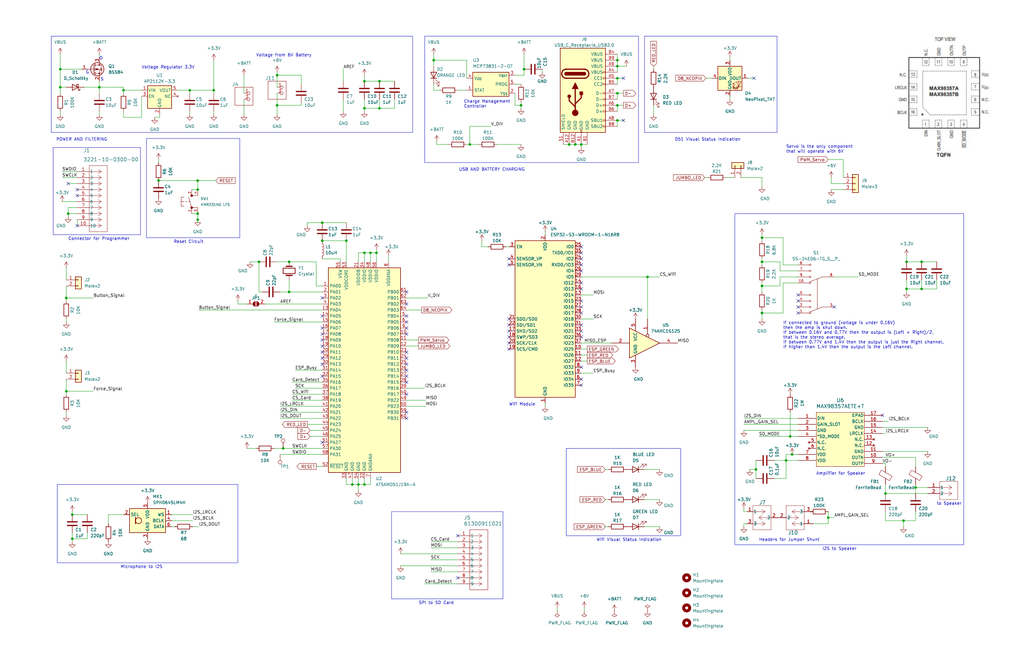
<source format=kicad_sch>
(kicad_sch (version 20230121) (generator eeschema)
  (paper "B")
  (title_block (title "Knock Box Schematic") (date "2023-11-15") (rev "1.0") (company "by Mario Peraza and Leander Ullmann") (comment 1 "Stanford, CA 94305-9505") (comment 2 "350 Jane Stanford Way") (comment 3 "Electrical Engineering Department") (comment 4 "EE 256 / Stanford University"))
  (lib_symbols
    (symbol "61300311121_1" (pin_names (offset 0.254))
      (property "Reference" "J8" (at 7.62 3.81 0))
      (symbol "61300311121_1_1_1"
        (pin unspecified line (at 1.27 0 0) (length 4) (name "1") (number "1"))
        (pin unspecified line (at 16.51 -2.54 180) (length 4) (name "2") (number "2"))
        (pin unspecified line (at 1.27 -5.08 0) (length 4) (name "3") (number "3"))
      )
      (symbol "61300311121_1_1_2"
        (pin unspecified line (at 0 0 0) (length 5.08) (name "1") (number "1"))
        (pin unspecified line (at 0 -2.54 0) (length 5.08) (name "2") (number "2"))
        (pin unspecified line (at 0 -5.08 0) (length 5.08) (name "3") (number "3"))
      )
    )
    (symbol "61300311121_2" (pin_names (offset 0.254))
      (property "Reference" "J8" (at 7.62 3.81 0))
      (symbol "61300311121_2_1_1"
        (pin unspecified line (at 2.54 0 0) (length 2.5) (name "1") (number "1"))
        (pin unspecified line (at 15.24 -2.54 180) (length 2.5) (name "2") (number "2"))
        (pin unspecified line (at 2.54 -5.08 0) (length 2.5) (name "3") (number "3"))
      )
      (symbol "61300311121_2_1_2"
        (pin unspecified line (at 0 0 0) (length 5.08) (name "1") (number "1"))
        (pin unspecified line (at 0 -2.54 0) (length 5.08) (name "2") (number "2"))
        (pin unspecified line (at 0 -5.08 0) (length 5.08) (name "3") (number "3"))
      )
    )
    (symbol "74xGxx:74AHC1G125"
      (property "Reference" "U" (at -2.54 3.81 0))
      (property "Value" "74AHC1G125" (at 0 -3.81 0))
      (symbol "74AHC1G125_1_1"
        (pin input inverted (at 0 10.16 270) (length 7.62) (name "~") (number "1"))
        (pin input line (at -15.24 0 0) (length 7.62) (name "~") (number "2"))
        (pin power_in line (at -5.08 -10.16 90) (length 5.08) (name "GND") (number "3"))
        (pin tri_state line (at 12.7 0 180) (length 7.62) (name "~") (number "4"))
        (pin power_in line (at -5.08 10.16 270) (length 5.08) (name "VCC") (number "5"))
      )
    )
    (symbol "Battery_Management:MCP73831-2-OT"
      (property "Reference" "U3" (at 2.1941 10.16 0))
      (property "Value" "MCP73831-2-OT" (at 2.1941 7.62 0))
      (symbol "MCP73831-2-OT_1_1"
        (pin output line (at -10.16 -2.54 0) (length 2.54) (name "STAT") (number "1"))
        (pin power_in line (at 10.16 -3.81 180) (length 2.54) (name "V_{SS}") (number "2"))
        (pin power_out line (at 10.16 3.81 180) (length 2.54) (name "V_{BAT}") (number "3"))
        (pin power_in line (at -10.16 2.54 0) (length 2.54) (name "V_{DD}") (number "4"))
        (pin input line (at 10.16 0 180) (length 2.54) (name "PROG") (number "5"))
      )
    )
    (symbol "Connector:USB_C_Receptacle_USB2.0" (pin_names (offset 1.016))
      (property "Reference" "J6" (at 1.27 24.13 0))
      (property "Value" "USB_C_Receptacle_USB2.0" (at 1.27 21.59 0))
      (symbol "USB_C_Receptacle_USB2.0_1_1"
        (pin passive line (at 0 -20.32 90) (length 5.08) (name "GND") (number "A1"))
        (pin passive line (at -5.08 -20.32 90) (length 5.08) (name "GND") (number "A12"))
        (pin passive line (at 15.24 10.16 180) (length 5.08) (name "VBUS") (number "A4"))
        (pin bidirectional line (at 15.24 7.62 180) (length 5.08) (name "CC1") (number "A5"))
        (pin bidirectional line (at 15.24 -3.81 180) (length 5.08) (name "D+") (number "A6"))
        (pin bidirectional line (at 15.24 1.27 180) (length 5.08) (name "D-") (number "A7"))
        (pin bidirectional line (at 15.24 -10.16 180) (length 5.08) (name "SBU1") (number "A8"))
        (pin passive line (at 15.24 12.7 180) (length 5.08) (name "VBUS") (number "A9"))
        (pin passive line (at 2.54 -20.32 90) (length 5.08) (name "GND") (number "B1"))
        (pin passive line (at -2.54 -20.32 90) (length 5.08) (name "GND") (number "B12"))
        (pin passive line (at 15.24 17.78 180) (length 5.08) (name "VBUS") (number "B4"))
        (pin bidirectional line (at 15.24 5.08 180) (length 5.08) (name "CC2") (number "B5"))
        (pin bidirectional line (at 15.24 -6.35 180) (length 5.08) (name "D+") (number "B6"))
        (pin bidirectional line (at 15.24 -1.27 180) (length 5.08) (name "D-") (number "B7"))
        (pin bidirectional line (at 15.24 -12.7 180) (length 5.08) (name "SBU2") (number "B8"))
        (pin passive line (at 15.24 15.24 180) (length 5.08) (name "VBUS") (number "B9"))
        (pin passive line (at -7.62 -20.32 90) (length 5.08) (name "SHIELD") (number "S1"))
      )
    )
    (symbol "Device:Crystal" (pin_numbers hide) (pin_names (offset 1.016) hide)
      (property "Reference" "Y" (at 0 3.81 0))
      (property "Value" "Crystal" (at 0 -3.81 0))
      (symbol "Crystal_1_1"
        (pin passive line (at -3.81 0 0) (length 1.27) (name "1") (number "1"))
        (pin passive line (at 3.81 0 180) (length 1.27) (name "2") (number "2"))
      )
    )
    (symbol "Device:D_Schottky" (pin_numbers hide) (pin_names (offset 1.016) hide)
      (property "Reference" "D" (at 0 2.54 0))
      (property "Value" "D_Schottky" (at 0 -2.54 0))
      (symbol "D_Schottky_1_1"
        (pin passive line (at -3.81 0 0) (length 2.54) (name "K") (number "1"))
        (pin passive line (at 3.81 0 180) (length 2.54) (name "A") (number "2"))
      )
    )
    (symbol "Device:FerriteBead" (pin_numbers hide) (pin_names (offset 0))
      (property "Reference" "FB" (at -3.81 0.635 90))
      (property "Value" "FerriteBead" (at 3.81 0 90))
      (symbol "FerriteBead_1_1"
        (pin passive line (at 0 3.81 270) (length 2.54) (name "~") (number "1"))
        (pin passive line (at 0 -3.81 90) (length 2.54) (name "~") (number "2"))
      )
    )
    (symbol "Device:LED" (pin_numbers hide) (pin_names (offset 1.016) hide)
      (property "Reference" "D" (at 0 2.54 0))
      (property "Value" "LED" (at 0 -2.54 0))
      (symbol "LED_1_1"
        (pin passive line (at -3.81 0 0) (length 2.54) (name "K") (number "1"))
        (pin passive line (at 3.81 0 180) (length 2.54) (name "A") (number "2"))
      )
    )
    (symbol "Device:R" (pin_numbers hide) (pin_names (offset 0))
      (property "Reference" "R" (at 2.032 0 90))
      (property "Value" "R" (at 0 0 90))
      (symbol "R_1_1"
        (pin passive line (at 0 3.81 270) (length 1.27) (name "~") (number "1"))
        (pin passive line (at 0 -3.81 90) (length 1.27) (name "~") (number "2"))
      )
    )
    (symbol "Jumper:SolderJumper_2_Open" (pin_names (offset 0) hide)
      (property "Reference" "JP" (at 0 2.032 0))
      (property "Value" "SolderJumper_2_Open" (at 0 -2.54 0))
      (symbol "SolderJumper_2_Open_1_1"
        (pin passive line (at -3.81 0 0) (length 2.54) (name "A") (number "1"))
        (pin passive line (at 3.81 0 180) (length 2.54) (name "B") (number "2"))
      )
    )
    (symbol "LED:NeoPixel_THT" (pin_names (offset 0.254))
      (property "Reference" "D" (at 5.08 5.715 0))
      (property "Value" "NeoPixel_THT" (at 1.27 -5.715 0))
      (symbol "NeoPixel_THT_0_0"
        (text "RGB" (at 2.286 -4.191 0) (effects (font (size 0.762 0.762))))
      )
      (symbol "NeoPixel_THT_1_1"
        (pin output line (at 7.62 0 180) (length 2.54) (name "DOUT") (number "1"))
        (pin power_in line (at 0 -7.62 90) (length 2.54) (name "GND") (number "2"))
        (pin power_in line (at 0 7.62 270) (length 2.54) (name "VDD") (number "3"))
        (pin input line (at -7.62 0 0) (length 2.54) (name "DIN") (number "4"))
      )
    )
    (symbol "Lab_3:MountingHole" (pin_names (offset 1.016))
      (property "Reference" "H" (at 0 5.08 0))
      (property "Value" "MountingHole" (at 0 3.175 0))
    )
    (symbol "LibraryEE256_Stanford:3221-10-0300-00" (pin_names (offset 0.254))
      (property "Reference" "J" (at 8.89 6.35 0))
      (property "Value" "3221-10-0300-00" (at 0 0 0))
      (symbol "3221-10-0300-00_1_1"
        (pin unspecified line (at 0 0 0) (length 5.08) (name "1") (number "1"))
        (pin unspecified line (at 0 -22.86 0) (length 5.08) (name "10") (number "10"))
        (pin unspecified line (at 0 -2.54 0) (length 5.08) (name "2") (number "2"))
        (pin unspecified line (at 0 -5.08 0) (length 5.08) (name "3") (number "3"))
        (pin unspecified line (at 0 -7.62 0) (length 5.08) (name "4") (number "4"))
        (pin unspecified line (at 0 -10.16 0) (length 5.08) (name "5") (number "5"))
        (pin unspecified line (at 0 -12.7 0) (length 5.08) (name "6") (number "6"))
        (pin unspecified line (at 0 -15.24 0) (length 5.08) (name "7") (number "7"))
        (pin unspecified line (at 0 -17.78 0) (length 5.08) (name "8") (number "8"))
        (pin unspecified line (at 0 -20.32 0) (length 5.08) (name "9") (number "9"))
      )
      (symbol "3221-10-0300-00_1_2"
        (pin unspecified line (at 0 0 0) (length 5.08) (name "1") (number "1"))
        (pin unspecified line (at 0 -22.86 0) (length 5.08) (name "10") (number "10"))
        (pin unspecified line (at 0 -2.54 0) (length 5.08) (name "2") (number "2"))
        (pin unspecified line (at 0 -5.08 0) (length 5.08) (name "3") (number "3"))
        (pin unspecified line (at 0 -7.62 0) (length 5.08) (name "4") (number "4"))
        (pin unspecified line (at 0 -10.16 0) (length 5.08) (name "5") (number "5"))
        (pin unspecified line (at 0 -12.7 0) (length 5.08) (name "6") (number "6"))
        (pin unspecified line (at 0 -15.24 0) (length 5.08) (name "7") (number "7"))
        (pin unspecified line (at 0 -17.78 0) (length 5.08) (name "8") (number "8"))
        (pin unspecified line (at 0 -20.32 0) (length 5.08) (name "9") (number "9"))
      )
    )
    (symbol "LibraryEE256_Stanford:SWITCH_TACT_SMT4.6X2.8" (pin_names (offset 1.016))
      (property "Reference" "SW1" (at 1.2701 -3.81 90))
      (property "Value" "KMR231NG LFS" (at -1.2699 -3.81 90))
      (symbol "SWITCH_TACT_SMT4.6X2.8_1_0"
        (pin passive line (at -5.08 0 0) (length 2.54) (name "1") (number "1"))
        (pin passive line (at 5.08 0 180) (length 2.54) (name "2") (number "2"))
        (pin passive line (at -5.08 -2.54 0) (length 2.54) (name "3") (number "3"))
        (pin passive line (at 5.08 -2.54 180) (length 2.54) (name "4") (number "4"))
      )
    )
    (symbol "LibraryEE256_Stanford:librar" (pin_names (offset 1.016))
      (property "Reference" "J4" (at -2.54 -4.572 0))
      (symbol "librar_1_0"
        (pin passive inverted (at -2.54 2.54 0) (length 2.54) (name "1") (number "1"))
        (pin passive inverted (at -2.54 0 0) (length 2.54) (name "2") (number "2"))
      )
    )
    (symbol "MAX98357A:MAX98357AETE+T" (pin_names (offset 0.254))
      (property "Reference" "U5" (at 0 17.78 0))
      (property "Value" "MAX98357AETE+T" (at 0 15.24 0))
      (symbol "MAX98357AETE+T_0_1"
        (pin unspecified line (at -17.78 10.16 0) (length 7.62) (name "DIN") (number "1"))
        (pin output line (at 17.78 -6.35 180) (length 7.62) (name "OUTN") (number "10"))
        (pin unspecified line (at 17.78 3.81 180) (length 7.62) (name "LRCLK") (number "14"))
        (pin unspecified line (at 17.78 8.89 180) (length 7.62) (name "BCLK") (number "16"))
        (pin unspecified line (at 17.78 11.43 180) (length 7.62) (name "EPAD") (number "17"))
        (pin unspecified line (at -17.78 7.62 0) (length 7.62) (name "GAIN_SLOT") (number "2"))
        (pin unspecified line (at -17.78 2.54 0) (length 7.62) (name "*SD_MODE") (number "4"))
        (pin power_in line (at -17.78 -5.08 0) (length 7.62) (name "VDD") (number "7"))
        (pin power_in line (at -17.78 -7.62 0) (length 7.62) (name "VDD") (number "8"))
        (pin output line (at 17.78 -8.89 180) (length 7.62) (name "OUTP") (number "9"))
      )
      (symbol "MAX98357AETE+T_1_1"
        (pin power_in line (at 17.78 -3.81 180) (length 7.62) (name "GND") (number "11"))
        (pin no_connect line (at 14.16 -1.27 180) (length 4) (name "N.C.") (number "12"))
        (pin no_connect line (at 14.16 1.27 180) (length 4) (name "N.C.") (number "13"))
        (pin power_in line (at 17.78 6.35 180) (length 7.62) (name "GND") (number "15"))
        (pin power_in line (at -17.78 5.08 0) (length 7.62) (name "GND") (number "3"))
        (pin no_connect line (at -13.16 0 0) (length 3) (name "N.C.") (number "5"))
        (pin no_connect line (at -13.16 -2.54 0) (length 3) (name "N.C.") (number "6"))
      )
    )
    (symbol "MCU_Microchip_SAMD:ATSAMD51J19A-A"
      (property "Reference" "U1" (at 4.7341 -45.72 0))
      (property "Value" "ATSAMD51J19A-A" (at 4.7341 -48.26 0))
      (symbol "ATSAMD51J19A-A_1_0"
        (pin bidirectional line (at 17.78 25.4 180) (length 2.54) (name "PB03") (number "64"))
      )
      (symbol "ATSAMD51J19A-A_1_1"
        (pin bidirectional line (at -17.78 35.56 0) (length 2.54) (name "PA00") (number "1"))
        (pin bidirectional line (at 17.78 15.24 180) (length 2.54) (name "PB07") (number "10"))
        (pin bidirectional line (at 17.78 12.7 180) (length 2.54) (name "PB08") (number "11"))
        (pin bidirectional line (at 17.78 10.16 180) (length 2.54) (name "PB09") (number "12"))
        (pin bidirectional line (at -17.78 25.4 0) (length 2.54) (name "PA04") (number "13"))
        (pin bidirectional line (at -17.78 22.86 0) (length 2.54) (name "PA05") (number "14"))
        (pin bidirectional line (at -17.78 20.32 0) (length 2.54) (name "PA06") (number "15"))
        (pin bidirectional line (at -17.78 17.78 0) (length 2.54) (name "PA07") (number "16"))
        (pin bidirectional line (at -17.78 15.24 0) (length 2.54) (name "PA08") (number "17"))
        (pin bidirectional line (at -17.78 12.7 0) (length 2.54) (name "PA09") (number "18"))
        (pin bidirectional line (at -17.78 10.16 0) (length 2.54) (name "PA10") (number "19"))
        (pin bidirectional line (at -17.78 33.02 0) (length 2.54) (name "PA01") (number "2"))
        (pin bidirectional line (at -17.78 7.62 0) (length 2.54) (name "PA11") (number "20"))
        (pin power_in line (at -2.54 45.72 270) (length 2.54) (name "VDDIOB") (number "21"))
        (pin power_in line (at 0 -45.72 90) (length 2.54) (name "GND") (number "22"))
        (pin bidirectional line (at 17.78 7.62 180) (length 2.54) (name "PB10") (number "23"))
        (pin bidirectional line (at 17.78 5.08 180) (length 2.54) (name "PB11") (number "24"))
        (pin bidirectional line (at 17.78 2.54 180) (length 2.54) (name "PB12") (number "25"))
        (pin bidirectional line (at 17.78 0 180) (length 2.54) (name "PB13") (number "26"))
        (pin bidirectional line (at 17.78 -2.54 180) (length 2.54) (name "PB14") (number "27"))
        (pin bidirectional line (at 17.78 -5.08 180) (length 2.54) (name "PB15") (number "28"))
        (pin bidirectional line (at -17.78 5.08 0) (length 2.54) (name "PA12") (number "29"))
        (pin bidirectional line (at -17.78 30.48 0) (length 2.54) (name "PA02") (number "3"))
        (pin bidirectional line (at -17.78 2.54 0) (length 2.54) (name "PA13") (number "30"))
        (pin bidirectional line (at -17.78 0 0) (length 2.54) (name "PA14") (number "31"))
        (pin bidirectional line (at -17.78 -2.54 0) (length 2.54) (name "PA15") (number "32"))
        (pin power_in line (at -7.62 -45.72 90) (length 2.54) (name "GND") (number "33"))
        (pin passive line (at 0 -45.72 90) (length 2.54) hide (name "GND") (number "33"))
        (pin power_in line (at 0 45.72 270) (length 2.54) (name "VDDIO") (number "34"))
        (pin bidirectional line (at -17.78 -5.08 0) (length 2.54) (name "PA16") (number "35"))
        (pin bidirectional line (at -17.78 -7.62 0) (length 2.54) (name "PA17") (number "36"))
        (pin bidirectional line (at -17.78 -10.16 0) (length 2.54) (name "PA18") (number "37"))
        (pin bidirectional line (at -17.78 -12.7 0) (length 2.54) (name "PA19") (number "38"))
        (pin bidirectional line (at 17.78 -7.62 180) (length 2.54) (name "PB16") (number "39"))
        (pin bidirectional line (at -17.78 27.94 0) (length 2.54) (name "PA03") (number "4"))
        (pin bidirectional line (at 17.78 -10.16 180) (length 2.54) (name "PB17") (number "40"))
        (pin bidirectional line (at -17.78 -15.24 0) (length 2.54) (name "PA20") (number "41"))
        (pin bidirectional line (at -17.78 -17.78 0) (length 2.54) (name "PA21") (number "42"))
        (pin bidirectional line (at -17.78 -20.32 0) (length 2.54) (name "PA22") (number "43"))
        (pin bidirectional line (at -17.78 -22.86 0) (length 2.54) (name "PA23") (number "44"))
        (pin bidirectional line (at -17.78 -25.4 0) (length 2.54) (name "PA24") (number "45"))
        (pin bidirectional line (at -17.78 -27.94 0) (length 2.54) (name "PA25") (number "46"))
        (pin power_in line (at -5.08 -45.72 90) (length 2.54) (name "GND") (number "47"))
        (pin passive line (at 0 -45.72 90) (length 2.54) hide (name "GND") (number "47"))
        (pin power_in line (at 2.54 45.72 270) (length 2.54) (name "VDDIO") (number "48"))
        (pin bidirectional line (at 17.78 -12.7 180) (length 2.54) (name "PB22") (number "49"))
        (pin bidirectional line (at 17.78 22.86 180) (length 2.54) (name "PB04") (number "5"))
        (pin bidirectional line (at 17.78 -15.24 180) (length 2.54) (name "PB23") (number "50"))
        (pin bidirectional line (at -17.78 -30.48 0) (length 2.54) (name "PA27") (number "51"))
        (pin input line (at -17.78 -40.64 0) (length 2.54) (name "~{RESET}") (number "52"))
        (pin power_out line (at -7.62 45.72 270) (length 2.54) (name "VDDCORE") (number "53"))
        (pin power_in line (at -2.54 -45.72 90) (length 2.54) (name "GND") (number "54"))
        (pin passive line (at 0 -45.72 90) (length 2.54) hide (name "GND") (number "54"))
        (pin power_in line (at -10.16 45.72 270) (length 2.54) (name "VSW") (number "55"))
        (pin power_in line (at 5.08 45.72 270) (length 2.54) (name "VDDIO") (number "56"))
        (pin bidirectional line (at -17.78 -33.02 0) (length 2.54) (name "PA30") (number "57"))
        (pin bidirectional line (at -17.78 -35.56 0) (length 2.54) (name "PA31") (number "58"))
        (pin bidirectional line (at 17.78 -17.78 180) (length 2.54) (name "PB30") (number "59"))
        (pin bidirectional line (at 17.78 20.32 180) (length 2.54) (name "PB05") (number "6"))
        (pin bidirectional line (at 17.78 -20.32 180) (length 2.54) (name "PB31") (number "60"))
        (pin bidirectional line (at 17.78 33.02 180) (length 2.54) (name "PB00") (number "61"))
        (pin bidirectional line (at 17.78 30.48 180) (length 2.54) (name "PB01") (number "62"))
        (pin bidirectional line (at 17.78 27.94 180) (length 2.54) (name "PB02") (number "63"))
        (pin power_in line (at 2.54 -45.72 90) (length 2.54) (name "GNDANA") (number "7"))
        (pin power_in line (at 10.16 45.72 270) (length 2.54) (name "VDDANA") (number "8"))
        (pin bidirectional line (at 17.78 17.78 180) (length 2.54) (name "PB06") (number "9"))
      )
    )
    (symbol "ME218_BaseLib:Cap" (pin_numbers hide) (pin_names (offset 0.254))
      (property "Reference" "C" (at 0.635 2.54 0))
      (property "Value" "Cap" (at 0.635 -2.54 0))
      (symbol "Cap_1_1"
        (pin passive line (at 0 3.81 270) (length 2.794) (name "~") (number "1"))
        (pin passive line (at 0 -3.81 90) (length 2.794) (name "~") (number "2"))
      )
    )
    (symbol "ME218_BaseLib:Inductor" (pin_numbers hide) (pin_names (offset 1.016) hide)
      (property "Reference" "L" (at -1.27 0 90))
      (property "Value" "Inductor" (at 1.905 0 90))
      (symbol "Inductor_1_1"
        (pin passive line (at 0 3.81 270) (length 1.27) (name "1") (number "1"))
        (pin passive line (at 0 -3.81 90) (length 1.27) (name "2") (number "2"))
      )
    )
    (symbol "ME218_BaseLib:Molex2" (pin_names (offset 1.016) hide)
      (property "Reference" "J" (at 0 2.54 0))
      (property "Value" "Molex2" (at 0 -5.08 0))
      (symbol "Molex2_1_1"
        (pin passive line (at -5.08 0 0) (length 3.81) (name "Pin_1") (number "1"))
        (pin passive line (at -5.08 -2.54 0) (length 3.81) (name "Pin_2") (number "2"))
      )
    )
    (symbol "ME218_BaseLib:Molex3" (pin_names (offset 1.016) hide)
      (property "Reference" "J" (at 0 5.08 0))
      (property "Value" "Molex3" (at 0 -5.08 0))
      (symbol "Molex3_1_1"
        (pin passive line (at -5.08 2.54 0) (length 3.81) (name "Pin_1") (number "1"))
        (pin passive line (at -5.08 0 0) (length 3.81) (name "Pin_2") (number "2"))
        (pin passive line (at -5.08 -2.54 0) (length 3.81) (name "Pin_3") (number "3"))
      )
    )
    (symbol "PinHeader_1x02_P2.54mm_Vertical:61300211121" (pin_names (offset 0.254))
      (property "Reference" "J6" (at 13.97 0 0))
      (symbol "61300211121_1_1"
        (pin unspecified line (at 0 0 0) (length 5.08) (name "1") (number "1"))
        (pin unspecified line (at 0 -2.54 0) (length 5.08) (name "2") (number "2"))
      )
      (symbol "61300211121_1_2"
        (pin unspecified line (at 0 0 0) (length 5.08) (name "1") (number "1"))
        (pin unspecified line (at 0 -2.54 0) (length 5.08) (name "2") (number "2"))
      )
    )
    (symbol "PinHeader_1x09_P2.54mm_Rect:61300911021" (pin_names (offset 0.254))
      (property "Reference" "J10" (at -3.81 17.78 0))
      (property "Value" "61300911021" (at -3.81 15.24 0))
      (symbol "61300911021_1_1"
        (pin unspecified line (at -8.89 10.16 0) (length 5.08) (name "1") (number "1"))
        (pin unspecified line (at -8.89 7.62 0) (length 5.08) (name "2") (number "2"))
        (pin unspecified line (at -8.89 5.08 0) (length 5.08) (name "3") (number "3"))
        (pin unspecified line (at -8.89 2.54 0) (length 5.08) (name "4") (number "4"))
        (pin unspecified line (at -8.89 0 0) (length 5.08) (name "5") (number "5"))
        (pin unspecified line (at -8.89 -2.54 0) (length 5.08) (name "6") (number "6"))
        (pin unspecified line (at -8.89 -5.08 0) (length 5.08) (name "7") (number "7"))
        (pin unspecified line (at -8.89 -7.62 0) (length 5.08) (name "8") (number "8"))
        (pin unspecified line (at -8.89 -10.16 0) (length 5.08) (name "9") (number "9"))
      )
      (symbol "61300911021_1_2"
        (pin unspecified line (at 0 0 0) (length 5.08) (name "1") (number "1"))
        (pin unspecified line (at 0 -2.54 0) (length 5.08) (name "2") (number "2"))
        (pin unspecified line (at 0 -5.08 0) (length 5.08) (name "3") (number "3"))
      )
    )
    (symbol "RF_Module:ESP32-WROOM-32"
      (property "Reference" "U4" (at 2.1941 38.1 0))
      (property "Value" "ESP32-S3-WROOM-1-N16R8" (at 2.1941 35.56 0))
      (symbol "ESP32-WROOM-32_1_1"
        (pin power_in line (at 0 -35.56 90) (length 2.54) (name "GND") (number "1"))
        (pin bidirectional line (at 15.24 -12.7 180) (length 2.54) (name "IO25") (number "10"))
        (pin bidirectional line (at 15.24 -15.24 180) (length 2.54) (name "IO26") (number "11"))
        (pin bidirectional line (at 15.24 -17.78 180) (length 2.54) (name "IO27") (number "12"))
        (pin bidirectional line (at 15.24 10.16 180) (length 2.54) (name "IO14") (number "13"))
        (pin bidirectional line (at 15.24 15.24 180) (length 2.54) (name "IO12") (number "14"))
        (pin no_connect line (at 7.62 -35.56 90) (length 2.54) hide (name "GND") (number "15"))
        (pin bidirectional line (at 15.24 12.7 180) (length 2.54) (name "IO13") (number "16"))
        (pin bidirectional line (at -15.24 -5.08 0) (length 2.54) (name "SHD/SD2") (number "17"))
        (pin bidirectional line (at -15.24 -7.62 0) (length 2.54) (name "SWP/SD3") (number "18"))
        (pin bidirectional line (at -15.24 -12.7 0) (length 2.54) (name "SCS/CMD") (number "19"))
        (pin power_in line (at 0 35.56 270) (length 2.54) (name "VDD") (number "2"))
        (pin bidirectional line (at -15.24 -10.16 0) (length 2.54) (name "SCK/CLK") (number "20"))
        (pin bidirectional line (at -15.24 0 0) (length 2.54) (name "SDO/SD0") (number "21"))
        (pin bidirectional line (at -15.24 -2.54 0) (length 2.54) (name "SDI/SD1") (number "22"))
        (pin bidirectional line (at 15.24 7.62 180) (length 2.54) (name "IO15") (number "23"))
        (pin bidirectional line (at 15.24 25.4 180) (length 2.54) (name "IO2") (number "24"))
        (pin bidirectional line (at 15.24 30.48 180) (length 2.54) (name "IO0") (number "25"))
        (pin bidirectional line (at 15.24 20.32 180) (length 2.54) (name "IO4") (number "26"))
        (pin bidirectional line (at 15.24 5.08 180) (length 2.54) (name "IO16") (number "27"))
        (pin bidirectional line (at 15.24 2.54 180) (length 2.54) (name "IO17") (number "28"))
        (pin bidirectional line (at 15.24 17.78 180) (length 2.54) (name "IO5") (number "29"))
        (pin input line (at -15.24 30.48 0) (length 2.54) (name "EN") (number "3"))
        (pin bidirectional line (at 15.24 0 180) (length 2.54) (name "IO18") (number "30"))
        (pin bidirectional line (at 15.24 -2.54 180) (length 2.54) (name "IO19") (number "31"))
        (pin no_connect line (at -15.24 -27.94 0) (length 2.54) hide (name "NC") (number "32"))
        (pin bidirectional line (at 15.24 -5.08 180) (length 2.54) (name "IO21") (number "33"))
        (pin bidirectional line (at 15.24 22.86 180) (length 2.54) (name "RXD0/IO3") (number "34"))
        (pin bidirectional line (at 15.24 27.94 180) (length 2.54) (name "TXD0/IO1") (number "35"))
        (pin bidirectional line (at 15.24 -7.62 180) (length 2.54) (name "IO22") (number "36"))
        (pin bidirectional line (at 15.24 -10.16 180) (length 2.54) (name "IO23") (number "37"))
        (pin no_connect line (at 3.81 -35.56 90) (length 2.54) hide (name "GND") (number "38"))
        (pin no_connect line (at 10.16 -35.56 90) (length 2.54) hide (name "GND") (number "39"))
        (pin input line (at -15.24 25.4 0) (length 2.54) (name "SENSOR_VP") (number "4"))
        (pin input line (at -15.24 22.86 0) (length 2.54) (name "SENSOR_VN") (number "5"))
        (pin input line (at 15.24 -25.4 180) (length 2.54) (name "IO34") (number "6"))
        (pin input line (at 15.24 -27.94 180) (length 2.54) (name "IO35") (number "7"))
        (pin bidirectional line (at 15.24 -20.32 180) (length 2.54) (name "IO32") (number "8"))
        (pin bidirectional line (at 15.24 -22.86 180) (length 2.54) (name "IO33") (number "9"))
      )
    )
    (symbol "Regulator_Linear:AP2112K-3.3" (pin_names (offset 0.254))
      (property "Reference" "U4" (at 0 8.89 0))
      (property "Value" "AP2112K-3.3" (at 0 6.35 0))
      (symbol "AP2112K-3.3_1_1"
        (pin power_in line (at -7.62 2.54 0) (length 2.54) (name "VIN") (number "1"))
        (pin power_in line (at 0 -7.62 90) (length 2.54) (name "GND") (number "2"))
        (pin input line (at -7.62 0 0) (length 2.54) (name "EN") (number "3"))
        (pin no_connect line (at 7.62 0 180) (length 2.54) (name "NC") (number "4"))
        (pin power_out line (at 7.62 2.54 180) (length 2.54) (name "VOUT") (number "5"))
      )
    )
    (symbol "SS-24E06-TG_5__P_:SS-24E06-TG_5__P_" (pin_names (offset 1.016))
      (property "Reference" "S" (at -2.54 12.7 0))
      (property "Value" "SS-24E06-TG_5__P_" (at -2.54 -12.7 0))
      (symbol "SS-24E06-TG_5__P__0_0"
        (pin passive line (at 7.62 10.16 180) (length 2.54) (name "~") (number "1"))
        (pin passive line (at 7.62 -2.54 180) (length 2.54) (name "~") (number "10"))
        (pin passive line (at 7.62 7.62 180) (length 2.54) (name "~") (number "2"))
        (pin passive line (at -7.62 7.62 0) (length 2.54) (name "~") (number "3"))
        (pin passive line (at 7.62 5.08 180) (length 2.54) (name "~") (number "4"))
        (pin passive line (at 7.62 2.54 180) (length 2.54) (name "~") (number "5"))
        (pin passive line (at 7.62 -10.16 180) (length 2.54) (name "~") (number "6"))
        (pin passive line (at 7.62 -7.62 180) (length 2.54) (name "~") (number "7"))
        (pin passive line (at -7.62 -5.08 0) (length 2.54) (name "~") (number "8"))
        (pin passive line (at 7.62 -5.08 180) (length 2.54) (name "~") (number "9"))
      )
    )
    (symbol "Sensor_Audio:SPH0645LM4H"
      (property "Reference" "MK" (at -7.62 6.35 0))
      (property "Value" "SPH0645LM4H" (at 1.27 6.35 0))
      (symbol "SPH0645LM4H_1_1"
        (pin input line (at 10.16 2.54 180) (length 2.54) (name "WS") (number "1"))
        (pin input line (at -10.16 2.54 0) (length 2.54) (name "SEL") (number "2"))
        (pin power_in line (at 0 -7.62 90) (length 2.54) (name "GND") (number "3"))
        (pin input line (at 10.16 0 180) (length 2.54) (name "BCLK") (number "4"))
        (pin power_in line (at 0 7.62 270) (length 2.54) (name "VDD") (number "5"))
        (pin output line (at 10.16 -2.54 180) (length 2.54) (name "DATA") (number "6"))
      )
    )
    (symbol "TestPoint_1" (pin_numbers hide) (pin_names (offset 0.762) hide)
      (property "Reference" "TP2" (at -3.81 5.08 0))
      (symbol "TestPoint_1_1_1"
        (pin passive line (at 0 0 90) (length 2.54) (name "1") (number "TP"))
      )
    )
    (symbol "Transistor_FET:BSS84" (pin_names hide)
      (property "Reference" "Q" (at 5.08 1.905 0))
      (property "Value" "BSS84" (at 5.08 0 0))
      (symbol "BSS84_1_1"
        (pin input line (at -5.08 0 0) (length 2.54) (name "G") (number "1"))
        (pin passive line (at 2.54 -5.08 90) (length 2.54) (name "S") (number "2"))
        (pin passive line (at 2.54 5.08 270) (length 2.54) (name "D") (number "3"))
      )
    )
    (symbol "power:+3.3V" (power) (pin_names (offset 0))
      (property "Value" "+3.3V" (at 0 3.556 0))
      (symbol "+3.3V_1_1"
        (pin power_in line (at 0 0 90) (length 0) hide (name "+3.3V") (number "1"))
      )
    )
    (symbol "power:+6V" (power) (pin_names (offset 0))
      (property "Value" "+6V" (at 0 3.556 0))
      (symbol "+6V_1_1"
        (pin power_in line (at 0 0 90) (length 0) hide (name "+6V") (number "1"))
      )
    )
    (symbol "power:+BATT" (power) (pin_names (offset 0))
      (property "Value" "+BATT" (at 0 3.556 0))
      (symbol "+BATT_1_1"
        (pin power_in line (at 0 0 90) (length 0) hide (name "+BATT") (number "1"))
      )
    )
    (symbol "power:GND" (power) (pin_names (offset 0))
      (property "Value" "GND" (at 0 -3.81 0))
      (symbol "GND_1_1"
        (pin power_in line (at 0 0 270) (length 0) hide (name "GND") (number "1"))
      )
    )
    (symbol "power:PWR_FLAG" (power) (pin_numbers hide) (pin_names (offset 0) hide)
      (property "Value" "PWR_FLAG" (at 0 3.81 0))
      (symbol "PWR_FLAG_0_0"
        (pin power_out line (at 0 0 90) (length 0) (name "pwr") (number "1"))
      )
    )
    (symbol "power:VBUS" (power) (pin_names (offset 0))
      (property "Value" "VBUS" (at 0 3.81 0))
      (symbol "VBUS_1_1"
        (pin power_in line (at 0 0 90) (length 0) hide (name "VBUS") (number "1"))
      )
    )
  )
  (junction (at 116.84 44.45))
  (junction (at 30.48 227.33))
  (junction (at 349.25 218.44))
  (junction (at 182.88 25.4))
  (junction (at 388.62 121.92))
  (junction (at 25.4 36.83))
  (junction (at 148.59 204.47))
  (junction (at 160.02 34.29))
  (junction (at 27.94 125.73))
  (junction (at 119.38 189.23))
  (junction (at 83.36 80.01))
  (junction (at 153.67 34.29))
  (junction (at 386.08 205.74))
  (junction (at 260.35 33.02))
  (junction (at 321.31 110.49))
  (junction (at 153.67 204.47))
  (junction (at 331.47 194.31))
  (junction (at 321.31 100.33))
  (junction (at 260.35 50.8))
  (junction (at 260.35 39.37))
  (junction (at 135.89 93.98))
  (junction (at 146.05 101.6))
  (junction (at 273.05 116.84))
  (junction (at 156.21 106.68))
  (junction (at 321.31 132.08))
  (junction (at 83.36 90.17))
  (junction (at 158.75 106.68))
  (junction (at 381 219.71))
  (junction (at 334.01 191.77))
  (junction (at 220.98 29.21))
  (junction (at 52.07 38.1))
  (junction (at 333.2 184.15))
  (junction (at 318.77 198.12))
  (junction (at 373.38 208.28))
  (junction (at 28.75 90.17))
  (junction (at 382.27 110.49))
  (junction (at 388.62 110.49))
  (junction (at 321.31 120.65))
  (junction (at 260.35 44.45))
  (junction (at 151.13 204.47))
  (junction (at 219.71 44.45))
  (junction (at 109.22 110.49))
  (junction (at 90.17 38.1))
  (junction (at 66.85 76.2))
  (junction (at 27.94 165.1))
  (junction (at 260.35 27.94))
  (junction (at 80.01 38.1))
  (junction (at 41.91 36.83))
  (junction (at 83.36 76.2))
  (junction (at 153.67 106.68))
  (junction (at 121.92 110.49))
  (junction (at 116.84 31.75))
  (junction (at 153.67 45.72))
  (junction (at 242.57 60.96))
  (junction (at 121.92 123.19))
  (junction (at 30.48 217.17))
  (junction (at 25.4 29.21))
  (junction (at 240.03 60.96))
  (junction (at 135.89 101.6))
  (junction (at 160.02 45.72))
  (junction (at 260.35 25.4))
  (junction (at 198.12 60.96))
  (junction (at 382.27 121.92))
  (junction (at 245.11 60.96))
  (junction (at 83.36 92.71))
  (no_connect (at 245.11 127))
  (no_connect (at 135.89 133.35))
  (no_connect (at 336.55 124.46))
  (no_connect (at 245.11 119.38))
  (no_connect (at 171.45 123.19))
  (no_connect (at 245.11 162.56))
  (no_connect (at 135.89 138.43))
  (no_connect (at 245.11 121.92))
  (no_connect (at 245.11 137.16))
  (no_connect (at 245.11 132.08))
  (no_connect (at 171.45 176.53))
  (no_connect (at 317.96 33.02))
  (no_connect (at 28.75 77.47))
  (no_connect (at 245.11 154.94))
  (no_connect (at 171.45 135.89))
  (no_connect (at 245.11 139.7))
  (no_connect (at 262.89 50.8))
  (no_connect (at 171.45 153.67))
  (no_connect (at 351.79 129.54))
  (no_connect (at 32.56 80.01))
  (no_connect (at 32.56 82.55))
  (no_connect (at 171.45 161.29))
  (no_connect (at 336.55 127))
  (no_connect (at 171.45 166.37))
  (no_connect (at 245.11 106.68))
  (no_connect (at 245.11 114.3))
  (no_connect (at 135.89 143.51))
  (no_connect (at 171.45 140.97))
  (no_connect (at 135.89 158.75))
  (no_connect (at 214.63 147.32))
  (no_connect (at 214.63 144.78))
  (no_connect (at 135.89 140.97))
  (no_connect (at 171.45 158.75))
  (no_connect (at 171.45 138.43))
  (no_connect (at 171.45 128.27))
  (no_connect (at 245.11 104.14))
  (no_connect (at 135.89 148.59))
  (no_connect (at 193.04 243.84))
  (no_connect (at 135.89 186.69))
  (no_connect (at 214.63 137.16))
  (no_connect (at 214.63 111.76))
  (no_connect (at 336.55 129.54))
  (no_connect (at 135.89 153.67))
  (no_connect (at 171.45 156.21))
  (no_connect (at 171.45 148.59))
  (no_connect (at 262.89 33.02))
  (no_connect (at 171.45 173.99))
  (no_connect (at 135.89 151.13))
  (no_connect (at 245.11 109.22))
  (no_connect (at 171.45 133.35))
  (no_connect (at 171.45 151.13))
  (no_connect (at 245.11 111.76))
  (no_connect (at 245.11 129.54))
  (no_connect (at 214.63 109.22))
  (no_connect (at 245.11 142.24))
  (no_connect (at 193.04 226.06))
  (no_connect (at 214.63 142.24))
  (no_connect (at 135.89 125.73))
  (no_connect (at 214.63 139.7))
  (no_connect (at 135.89 146.05))
  (no_connect (at 32.56 95.25))
  (no_connect (at 336.55 132.08))
  (no_connect (at 245.11 160.02))
  (no_connect (at 372.11 175.26))
  (no_connect (at 214.63 134.62))
  (wire (pts (xy 153.67 45.72) (xy 153.67 46.99)))
  (wire (pts (xy 350.52 80.01) (xy 355.6 80.01)))
  (wire (pts (xy 30.48 228.6) (xy 30.48 227.33)))
  (wire (pts (xy 333.2 173.99) (xy 333.2 184.15)))
  (wire (pts (xy 127 35.56) (xy 127 31.75)))
  (wire (pts (xy 182.88 38.1) (xy 182.88 35.56)))
  (wire (pts (xy 102.87 31.75) (xy 102.87 39.37)))
  (wire (pts (xy 278.13 198.12) (xy 271.78 198.12)))
  (wire (pts (xy 256.54 198.12) (xy 255.27 198.12)))
  (wire (pts (xy 148.59 204.47) (xy 151.13 204.47)))
  (wire (pts (xy 260.35 44.45) (xy 260.35 46.99)))
  (wire (pts (xy 129.54 93.98) (xy 135.89 93.98)))
  (wire (pts (xy 381 219.71) (xy 381 222.25)))
  (wire (pts (xy 328.93 116.84) (xy 328.93 120.65)))
  (wire (pts (xy 90.17 46.99) (xy 90.17 48.26)))
  (wire (pts (xy 306.07 74.93) (xy 309.88 74.93)))
  (wire (pts (xy 118.11 176.53) (xy 135.89 176.53)))
  (wire (pts (xy 318.77 194.31) (xy 318.77 198.12)))
  (wire (pts (xy 217.17 39.37) (xy 217.17 44.45)))
  (wire (pts (xy 28.75 91.44) (xy 28.75 90.17)))
  (wire (pts (xy 275.59 29.21) (xy 275.59 27.94)))
  (wire (pts (xy 83.82 130.81) (xy 135.89 130.81)))
  (wire (pts (xy 273.05 116.84) (xy 278.13 116.84)))
  (wire (pts (xy 372.11 180.34) (xy 391.16 180.34)))
  (wire (pts (xy 123.19 166.37) (xy 135.89 166.37)))
  (wire (pts (xy 203.2 104.14) (xy 205.74 104.14)))
  (wire (pts (xy 41.91 36.83) (xy 41.91 34.29)))
  (wire (pts (xy 260.35 44.45) (xy 262.89 44.45)))
  (wire (pts (xy 146.05 204.47) (xy 148.59 204.47)))
  (wire (pts (xy 80.01 38.1) (xy 90.17 38.1)))
  (wire (pts (xy 245.11 152.4) (xy 247.65 152.4)))
  (wire (pts (xy 35.56 36.83) (xy 41.91 36.83)))
  (wire (pts (xy 228.6 30.48) (xy 228.6 29.21)))
  (wire (pts (xy 278.13 210.82) (xy 271.78 210.82)))
  (wire (pts (xy 153.67 34.29) (xy 160.02 34.29)))
  (wire (pts (xy 109.22 123.19) (xy 109.22 110.49)))
  (wire (pts (xy 220.98 22.86) (xy 220.98 29.21)))
  (wire (pts (xy 171.45 168.91) (xy 179.53 168.91)))
  (wire (pts (xy 242.57 60.96) (xy 245.11 60.96)))
  (wire (pts (xy 144.78 41.91) (xy 144.78 46.99)))
  (wire (pts (xy 133.35 120.65) (xy 133.35 110.49)))
  (wire (pts (xy 171.45 130.81) (xy 177.8 130.81)))
  (wire (pts (xy 129.54 95.25) (xy 129.54 93.98)))
  (wire (pts (xy 26.21 74.93) (xy 32.56 74.93)))
  (wire (pts (xy 349.25 218.44) (xy 351.79 218.44)))
  (wire (pts (xy 313.69 220.98) (xy 314.96 220.98)))
  (wire (pts (xy 52.07 38.1) (xy 52.07 39.37)))
  (wire (pts (xy 382.27 107.95) (xy 382.27 110.49)))
  (wire (pts (xy 160.02 41.91) (xy 160.02 45.72)))
  (wire (pts (xy 386.08 219.71) (xy 386.08 215.9)))
  (wire (pts (xy 394.97 118.11) (xy 394.97 121.92)))
  (wire (pts (xy 313.69 176.53) (xy 336.55 176.53)))
  (wire (pts (xy 245.11 60.96) (xy 247.65 60.96)))
  (wire (pts (xy 372.11 193.04) (xy 386.08 193.04)))
  (wire (pts (xy 133.35 110.49) (xy 121.92 110.49)))
  (wire (pts (xy 32.56 92.71) (xy 32.56 95.25)))
  (wire (pts (xy 260.35 25.4) (xy 260.35 27.94)))
  (wire (pts (xy 25.4 36.83) (xy 27.94 36.83)))
  (wire (pts (xy 100.33 128.27) (xy 104.14 128.27)))
  (wire (pts (xy 118.11 171.45) (xy 135.89 171.45)))
  (wire (pts (xy 386.08 204.47) (xy 386.08 205.74)))
  (wire (pts (xy 158.75 105.41) (xy 158.75 106.68)))
  (wire (pts (xy 382.27 118.11) (xy 382.27 121.92)))
  (wire (pts (xy 388.62 110.49) (xy 394.97 110.49)))
  (wire (pts (xy 26.21 72.39) (xy 32.56 72.39)))
  (wire (pts (xy 27.94 152.4) (xy 27.94 157.48)))
  (wire (pts (xy 32.56 77.47) (xy 28.75 77.47)))
  (wire (pts (xy 351.79 116.84) (xy 361.95 116.84)))
  (wire (pts (xy 326.39 194.31) (xy 331.47 194.31)))
  (wire (pts (xy 386.08 208.28) (xy 386.08 205.74)))
  (wire (pts (xy 237.49 60.96) (xy 240.03 60.96)))
  (wire (pts (xy 160.02 45.72) (xy 153.67 45.72)))
  (wire (pts (xy 127 44.45) (xy 116.84 44.45)))
  (wire (pts (xy 349.25 218.44) (xy 349.25 215.9)))
  (wire (pts (xy 196.85 25.4) (xy 182.88 25.4)))
  (wire (pts (xy 27.94 165.1) (xy 39.37 165.1)))
  (wire (pts (xy 123.19 168.91) (xy 135.89 168.91)))
  (wire (pts (xy 153.67 106.68) (xy 156.21 106.68)))
  (wire (pts (xy 143.51 109.22) (xy 135.89 109.22)))
  (wire (pts (xy 90.17 25.4) (xy 90.17 38.1)))
  (wire (pts (xy 144.78 29.21) (xy 144.78 34.29)))
  (wire (pts (xy 181.61 241.3) (xy 193.04 241.3)))
  (wire (pts (xy 27.94 165.1) (xy 27.94 166.37)))
  (wire (pts (xy 27.94 113.03) (xy 27.94 118.11)))
  (wire (pts (xy 328.93 114.3) (xy 328.93 110.49)))
  (wire (pts (xy 67.31 48.26) (xy 67.31 49.53)))
  (wire (pts (xy 373.38 195.58) (xy 372.11 195.58)))
  (wire (pts (xy 229.87 170.18) (xy 229.87 171.45)))
  (wire (pts (xy 342.9 215.9) (xy 341.63 215.9)))
  (wire (pts (xy 45.72 217.17) (xy 52.07 217.17)))
  (wire (pts (xy 388.62 118.11) (xy 388.62 121.92)))
  (wire (pts (xy 313.69 215.9) (xy 314.96 215.9)))
  (wire (pts (xy 111.76 128.27) (xy 135.89 128.27)))
  (wire (pts (xy 121.92 123.19) (xy 135.89 123.19)))
  (wire (pts (xy 105.41 110.49) (xy 109.22 110.49)))
  (wire (pts (xy 219.71 44.45) (xy 219.71 43.18)))
  (wire (pts (xy 115.57 135.89) (xy 135.89 135.89)))
  (wire (pts (xy 83.82 222.25) (xy 81.28 222.25)))
  (wire (pts (xy 118.11 191.77) (xy 135.89 191.77)))
  (wire (pts (xy 318.77 198.12) (xy 318.77 201.93)))
  (wire (pts (xy 110.49 123.19) (xy 109.22 123.19)))
  (wire (pts (xy 52.07 49.53) (xy 59.69 49.53)))
  (wire (pts (xy 220.98 29.21) (xy 220.98 31.75)))
  (wire (pts (xy 203.2 101.6) (xy 203.2 104.14)))
  (wire (pts (xy 166.37 45.72) (xy 160.02 45.72)))
  (wire (pts (xy 41.91 36.83) (xy 41.91 39.37)))
  (wire (pts (xy 27.94 125.73) (xy 27.94 127)))
  (wire (pts (xy 321.31 99.06) (xy 321.31 100.33)))
  (wire (pts (xy 229.87 97.79) (xy 229.87 99.06)))
  (wire (pts (xy 313.69 214.63) (xy 313.69 215.9)))
  (wire (pts (xy 102.87 41.91) (xy 102.87 48.26)))
  (wire (pts (xy 316.23 198.12) (xy 318.77 198.12)))
  (wire (pts (xy 166.37 41.91) (xy 166.37 45.72)))
  (wire (pts (xy 256.54 222.25) (xy 255.27 222.25)))
  (wire (pts (xy 72.39 219.71) (xy 81.28 219.71)))
  (wire (pts (xy 83.36 93.98) (xy 83.36 92.71)))
  (wire (pts (xy 321.31 110.49) (xy 321.31 111.76)))
  (wire (pts (xy 171.45 143.51) (xy 176.53 143.51)))
  (wire (pts (xy 130.81 181.61) (xy 135.89 181.61)))
  (wire (pts (xy 135.89 120.65) (xy 133.35 120.65)))
  (wire (pts (xy 32.56 87.63) (xy 28.75 87.63)))
  (wire (pts (xy 104.14 189.23) (xy 107.95 189.23)))
  (wire (pts (xy 372.11 177.8) (xy 374.65 177.8)))
  (wire (pts (xy 80.82 80.01) (xy 83.36 80.01)))
  (wire (pts (xy 72.39 222.25) (xy 73.66 222.25)))
  (wire (pts (xy 373.38 195.58) (xy 373.38 196.85)))
  (wire (pts (xy 59.69 40.64) (xy 59.69 49.53)))
  (wire (pts (xy 118.11 123.19) (xy 121.92 123.19)))
  (wire (pts (xy 66.85 76.2) (xy 83.36 76.2)))
  (wire (pts (xy 118.11 173.99) (xy 135.89 173.99)))
  (wire (pts (xy 213.36 104.14) (xy 214.63 104.14)))
  (wire (pts (xy 27.94 173.99) (xy 27.94 175.26)))
  (wire (pts (xy 129.54 179.07) (xy 135.89 179.07)))
  (wire (pts (xy 184.15 60.96) (xy 189.23 60.96)))
  (wire (pts (xy 153.67 41.91) (xy 153.67 45.72)))
  (wire (pts (xy 394.97 121.92) (xy 388.62 121.92)))
  (wire (pts (xy 331.47 191.77) (xy 334.01 191.77)))
  (wire (pts (xy 41.91 22.86) (xy 41.91 24.13)))
  (wire (pts (xy 127 43.18) (xy 127 44.45)))
  (wire (pts (xy 240.03 60.96) (xy 242.57 60.96)))
  (wire (pts (xy 181.61 231.14) (xy 193.04 231.14)))
  (wire (pts (xy 334.01 191.77) (xy 336.55 191.77)))
  (wire (pts (xy 36.83 227.33) (xy 30.48 227.33)))
  (wire (pts (xy 330.2 111.76) (xy 330.2 100.33)))
  (wire (pts (xy 153.67 201.93) (xy 153.67 204.47)))
  (wire (pts (xy 245.11 147.32) (xy 247.65 147.32)))
  (wire (pts (xy 135.89 93.98) (xy 146.05 93.98)))
  (wire (pts (xy 143.51 109.22) (xy 143.51 110.49)))
  (wire (pts (xy 373.38 219.71) (xy 381 219.71)))
  (wire (pts (xy 26.21 85.09) (xy 32.56 85.09)))
  (wire (pts (xy 41.91 46.99) (xy 41.91 48.26)))
  (wire (pts (xy 171.45 125.73) (xy 180.34 125.73)))
  (wire (pts (xy 328.93 120.65) (xy 321.31 120.65)))
  (wire (pts (xy 333.2 184.15) (xy 336.55 184.15)))
  (wire (pts (xy 28.75 87.63) (xy 28.75 90.17)))
  (wire (pts (xy 260.35 39.37) (xy 262.89 39.37)))
  (wire (pts (xy 27.94 120.65) (xy 27.94 125.73)))
  (wire (pts (xy 321.31 130.81) (xy 321.31 132.08)))
  (wire (pts (xy 171.45 163.83) (xy 179.07 163.83)))
  (wire (pts (xy 153.67 106.68) (xy 153.67 110.49)))
  (wire (pts (xy 123.19 161.29) (xy 135.89 161.29)))
  (wire (pts (xy 116.84 44.45) (xy 116.84 39.37)))
  (wire (pts (xy 30.48 215.9) (xy 30.48 217.17)))
  (wire (pts (xy 321.31 78.74) (xy 321.31 74.93)))
  (wire (pts (xy 83.36 76.2) (xy 83.36 80.01)))
  (wire (pts (xy 388.62 121.92) (xy 382.27 121.92)))
  (wire (pts (xy 27.94 134.62) (xy 27.94 135.89)))
  (wire (pts (xy 219.71 44.45) (xy 219.71 45.72)))
  (wire (pts (xy 116.84 30.48) (xy 116.84 31.75)))
  (wire (pts (xy 209.55 60.96) (xy 219.71 60.96)))
  (wire (pts (xy 36.83 224.79) (xy 36.83 227.33)))
  (wire (pts (xy 160.02 34.29) (xy 166.37 34.29)))
  (wire (pts (xy 193.04 38.1) (xy 196.85 38.1)))
  (wire (pts (xy 260.35 39.37) (xy 260.35 41.91)))
  (wire (pts (xy 115.57 189.23) (xy 119.38 189.23)))
  (wire (pts (xy 25.4 29.21) (xy 34.29 29.21)))
  (wire (pts (xy 246.38 256.54) (xy 246.38 257.81)))
  (wire (pts (xy 135.89 101.6) (xy 146.05 101.6)))
  (wire (pts (xy 336.55 116.84) (xy 328.93 116.84)))
  (wire (pts (xy 30.48 217.17) (xy 36.83 217.17)))
  (wire (pts (xy 313.69 181.61) (xy 336.55 181.61)))
  (wire (pts (xy 130.81 184.15) (xy 135.89 184.15)))
  (wire (pts (xy 349.25 67.31) (xy 355.6 67.31)))
  (wire (pts (xy 171.45 146.05) (xy 176.53 146.05)))
  (wire (pts (xy 27.94 160.02) (xy 27.94 165.1)))
  (wire (pts (xy 124.46 163.83) (xy 135.89 163.83)))
  (wire (pts (xy 119.38 189.23) (xy 135.89 189.23)))
  (wire (pts (xy 74.93 38.1) (xy 80.01 38.1)))
  (wire (pts (xy 133.35 196.85) (xy 135.89 196.85)))
  (wire (pts (xy 41.91 36.83) (xy 52.07 36.83)))
  (wire (pts (xy 321.31 109.22) (xy 321.31 110.49)))
  (wire (pts (xy 72.39 217.17) (xy 81.28 217.17)))
  (wire (pts (xy 321.31 119.38) (xy 321.31 120.65)))
  (wire (pts (xy 307.8 24.13) (xy 307.8 25.4)))
  (wire (pts (xy 336.55 114.3) (xy 328.93 114.3)))
  (wire (pts (xy 245.11 149.86) (xy 247.65 149.86)))
  (wire (pts (xy 373.38 215.9) (xy 373.38 219.71)))
  (wire (pts (xy 27.94 125.73) (xy 39.37 125.73)))
  (wire (pts (xy 260.35 33.02) (xy 260.35 35.56)))
  (wire (pts (xy 184.15 59.69) (xy 184.15 60.96)))
  (wire (pts (xy 182.88 25.4) (xy 182.88 27.94)))
  (wire (pts (xy 315.42 33.02) (xy 317.96 33.02)))
  (wire (pts (xy 217.17 31.75) (xy 220.98 31.75)))
  (wire (pts (xy 298.45 74.93) (xy 297.18 74.93)))
  (wire (pts (xy 391.16 205.74) (xy 386.08 205.74)))
  (wire (pts (xy 260.35 50.8) (xy 260.35 53.34)))
  (wire (pts (xy 256.54 210.82) (xy 255.27 210.82)))
  (wire (pts (xy 67.31 49.53) (xy 65.23 49.53)))
  (wire (pts (xy 198.12 60.96) (xy 198.12 53.34)))
  (wire (pts (xy 25.4 36.83) (xy 25.4 39.37)))
  (wire (pts (xy 127 31.75) (xy 116.84 31.75)))
  (wire (pts (xy 330.2 119.38) (xy 330.2 132.08)))
  (wire (pts (xy 25.4 22.86) (xy 25.4 29.21)))
  (wire (pts (xy 52.07 36.83) (xy 52.07 38.1)))
  (wire (pts (xy 156.21 106.68) (xy 158.75 106.68)))
  (wire (pts (xy 372.11 190.5) (xy 391.16 190.5)))
  (wire (pts (xy 307.8 40.64) (xy 307.8 41.91)))
  (wire (pts (xy 151.13 204.47) (xy 153.67 204.47)))
  (wire (pts (xy 382.27 110.49) (xy 388.62 110.49)))
  (wire (pts (xy 83.36 92.71) (xy 83.36 90.17)))
  (wire (pts (xy 245.11 157.48) (xy 250.19 157.48)))
  (wire (pts (xy 151.13 106.68) (xy 153.67 106.68)))
  (wire (pts (xy 234.95 256.54) (xy 234.95 257.81)))
  (wire (pts (xy 349.25 220.98) (xy 349.25 218.44)))
  (wire (pts (xy 217.17 35.56) (xy 219.71 35.56)))
  (wire (pts (xy 321.31 120.65) (xy 321.31 123.19)))
  (wire (pts (xy 66.85 67.31) (xy 66.85 68.58)))
  (wire (pts (xy 350.52 74.93) (xy 350.52 77.47)))
  (wire (pts (xy 25.4 29.21) (xy 25.4 36.83)))
  (wire (pts (xy 25.4 46.99) (xy 25.4 48.26)))
  (wire (pts (xy 297.64 33.02) (xy 300.18 33.02)))
  (wire (pts (xy 382.27 121.92) (xy 382.27 123.19)))
  (wire (pts (xy 182.88 22.86) (xy 182.88 25.4)))
  (wire (pts (xy 179.07 246.38) (xy 193.04 246.38)))
  (wire (pts (xy 321.31 132.08) (xy 321.31 134.62)))
  (wire (pts (xy 28.75 90.17) (xy 32.56 90.17)))
  (wire (pts (xy 260.35 27.94) (xy 264.16 27.94)))
  (wire (pts (xy 381 219.71) (xy 386.08 219.71)))
  (wire (pts (xy 168.91 238.76) (xy 193.04 238.76)))
  (wire (pts (xy 151.13 110.49) (xy 151.13 106.68)))
  (wire (pts (xy 148.59 201.93) (xy 148.59 204.47)))
  (wire (pts (xy 321.31 132.08) (xy 330.2 132.08)))
  (wire (pts (xy 260.35 27.94) (xy 260.35 30.48)))
  (wire (pts (xy 151.13 201.93) (xy 151.13 204.47)))
  (wire (pts (xy 313.69 179.07) (xy 336.55 179.07)))
  (wire (pts (xy 116.84 110.49) (xy 121.92 110.49)))
  (wire (pts (xy 181.61 228.6) (xy 193.04 228.6)))
  (wire (pts (xy 198.12 53.34) (xy 207.01 53.34)))
  (wire (pts (xy 80.01 38.1) (xy 80.01 39.37)))
  (wire (pts (xy 350.52 77.47) (xy 355.6 77.47)))
  (wire (pts (xy 245.11 144.78) (xy 257.81 144.78)))
  (wire (pts (xy 90.17 39.37) (xy 90.17 38.1)))
  (wire (pts (xy 163.83 107.95) (xy 163.83 110.49)))
  (wire (pts (xy 386.08 193.04) (xy 386.08 196.85)))
  (wire (pts (xy 196.85 33.02) (xy 196.85 25.4)))
  (wire (pts (xy 245.11 134.62) (xy 250.19 134.62)))
  (wire (pts (xy 124.46 156.21) (xy 135.89 156.21)))
  (wire (pts (xy 185.42 38.1) (xy 182.88 38.1)))
  (wire (pts (xy 100.33 127) (xy 100.33 128.27)))
  (wire (pts (xy 320.04 184.15) (xy 333.2 184.15)))
  (wire (pts (xy 52.07 46.99) (xy 52.07 49.53)))
  (wire (pts (xy 158.75 110.49) (xy 158.75 106.68)))
  (wire (pts (xy 373.38 204.47) (xy 373.38 208.28)))
  (wire (pts (xy 330.2 100.33) (xy 321.31 100.33)))
  (wire (pts (xy 260.35 33.02) (xy 262.89 33.02)))
  (wire (pts (xy 153.67 31.75) (xy 153.67 34.29)))
  (wire (pts (xy 121.92 118.11) (xy 121.92 123.19)))
  (wire (pts (xy 156.21 110.49) (xy 156.21 106.68)))
  (wire (pts (xy 336.55 111.76) (xy 330.2 111.76)))
  (wire (pts (xy 80.82 90.17) (xy 83.36 90.17)))
  (wire (pts (xy 196.85 60.96) (xy 198.12 60.96)))
  (wire (pts (xy 80.01 46.99) (xy 80.01 48.26)))
  (wire (pts (xy 83.36 76.2) (xy 90.98 76.2)))
  (wire (pts (xy 30.48 227.33) (xy 30.48 224.79)))
  (wire (pts (xy 260.35 22.86) (xy 260.35 25.4)))
  (wire (pts (xy 146.05 101.6) (xy 146.05 110.49)))
  (wire (pts (xy 116.84 48.26) (xy 116.84 44.45)))
  (wire (pts (xy 321.31 100.33) (xy 321.31 101.6)))
  (wire (pts (xy 273.05 116.84) (xy 273.05 134.62)))
  (wire (pts (xy 373.38 208.28) (xy 391.16 208.28)))
  (wire (pts (xy 278.13 222.25) (xy 271.78 222.25)))
  (wire (pts (xy 355.6 74.93) (xy 355.6 67.31)))
  (wire (pts (xy 245.11 116.84) (xy 273.05 116.84)))
  (wire (pts (xy 146.05 201.93) (xy 146.05 204.47)))
  (wire (pts (xy 373.38 182.88) (xy 372.11 182.88)))
  (wire (pts (xy 217.17 44.45) (xy 219.71 44.45)))
  (wire (pts (xy 245.11 124.46) (xy 250.19 124.46)))
  (wire (pts (xy 331.47 194.31) (xy 336.55 194.31)))
  (wire (pts (xy 313.69 222.25) (xy 313.69 220.98)))
  (wire (pts (xy 45.72 220.98) (xy 45.72 217.17)))
  (wire (pts (xy 168.91 233.68) (xy 193.04 233.68)))
  (wire (pts (xy 331.47 191.77) (xy 331.47 194.31)))
  (wire (pts (xy 312.42 74.93) (xy 321.31 74.93)))
  (wire (pts (xy 260.35 50.8) (xy 262.89 50.8)))
  (wire (pts (xy 331.47 194.31) (xy 331.47 201.93)))
  (wire (pts (xy 153.67 204.47) (xy 156.21 204.47)))
  (wire (pts (xy 198.12 60.96) (xy 201.93 60.96)))
  (wire (pts (xy 116.84 31.75) (xy 116.84 36.83)))
  (wire (pts (xy 181.61 236.22) (xy 193.04 236.22)))
  (wire (pts (xy 275.59 48.26) (xy 275.59 44.45)))
  (wire (pts (xy 52.07 38.1) (xy 59.69 38.1)))
  (wire (pts (xy 342.9 220.98) (xy 349.25 220.98)))
  (wire (pts (xy 171.45 171.45) (xy 179.53 171.45)))
  (wire (pts (xy 245.11 60.96) (xy 245.11 62.23)))
  (wire (pts (xy 156.21 201.93) (xy 156.21 204.47)))
  (wire (pts (xy 326.39 201.93) (xy 331.47 201.93)))
  (wire (pts (xy 336.55 119.38) (xy 330.2 119.38)))
  (wire (pts (xy 151.13 204.47) (xy 151.13 207.01)))
  (wire (pts (xy 328.93 110.49) (xy 321.31 110.49)))
  (rectangle (start 61.77 58.42) (end 101.14 100.33))
  (rectangle (start 21.59 15.24) (end 173.99 55.88))
  (rectangle (start 165.1 215.9) (end 212.09 252.73))
  (rectangle (start 24.13 204.47) (end 100.33 237.49))
  (rectangle (start 238.76 189.23) (end 287.02 226.06))
  (rectangle (start 179.07 15.24) (end 269.24 68.58))
  (rectangle (start 309.88 90.17) (end 406.4 229.87))
  (rectangle (start 22.4 62.23) (end 59.23 99.06))
  (rectangle (start 271.78 15.24) (end 327.66 55.88))
  (image (at 397.51 40.64) (scale 2.28796))
  (text "Charge Management\nController" (at 195.58 45.72 0) (effects (font (size 1.27 1.27)) (justify left bottom)))
  (text "D" (at 41.91 25.4 0) (effects (font (size 1.27 1.27)) (justify left bottom)))
  (text "Wifi Module" (at 214.63 171.45 0) (effects (font (size 1.27 1.27)) (justify left bottom)))
  (text "Voltage from 6V Battery" (at 107.95 24.13 0) (effects (font (size 1.27 1.27)) (justify left bottom)))
  (text "SPI to SD Card" (at 176.53 255.27 0) (effects (font (size 1.27 1.27)) (justify left bottom)))
  (text "Voltage Regulator 3.3V" (at 59.69 29.21 0) (effects (font (size 1.27 1.27)) (justify left bottom)))
  (text "POWER AND FILTERING" (at 23.67 59.69 0) (effects (font (size 1.27 1.27)) (justify left bottom)))
  (text "Servo is the only component \nthat will operate with 6V" (at 331.47 64.77 0) (effects (font (size 1.27 1.27)) (justify left bottom)))
  (text "If connected to ground (voltage is under 0.16V) \nthen the amp is shut down.\nIf between 0.16V and 0.77V then the output is (Left + Right)/2, \nthat is the stereo average. \nIf between 0.77V and 1.4V then the output is just the Right channel.\nIf higher than 1.4V then the output is the Left channel." (at 330.2 147.32 0) (effects (font (size 1.27 1.27)) (justify left bottom)))
  (text "D51 Visual Status Indication" (at 284.48 59.69 0) (effects (font (size 1.27 1.27)) (justify left bottom)))
  (text "Connector for Programmer" (at 28.75 101.6 0) (effects (font (size 1.27 1.27)) (justify left bottom)))
  (text "G" (at 36.1407 31.3488 0) (effects (font (size 1.27 1.27)) (justify left bottom)))
  (text "S" (at 42.3624 34.3182 0) (effects (font (size 1.27 1.27)) (justify left bottom)))
  (text "Wifi Visual Status Indication" (at 251.46 228.6 0) (effects (font (size 1.27 1.27)) (justify left bottom)))
  (text "USB AND BATTERY CHARGING" (at 193.5 72.39 0) (effects (font (size 1.27 1.27)) (justify left bottom)))
  (text "Amplifier for Speaker" (at 344.17 200.66 0) (effects (font (size 1.27 1.27)) (justify left bottom)))
  (text "Reset Circuit" (at 73.2 102.87 0) (effects (font (size 1.27 1.27)) (justify left bottom)))
  (text "to Speaker" (at 394.97 213.36 0) (effects (font (size 1.27 1.27)) (justify left bottom)))
  (text "Headers for Jumper Shunt" (at 320.04 228.6 0) (effects (font (size 1.27 1.27)) (justify left bottom)))
  (text "Microphone to I2S" (at 50.8 240.03 0) (effects (font (size 1.27 1.27)) (justify left bottom)))
  (text "I2S to Speaker" (at 346.71 232.41 0) (effects (font (size 1.27 1.27)) (justify left bottom)))
  (label "I2S_DIN" (at 313.69 176.53 0))
  (label "Button_Signal" (at 39.37 125.73 0))
  (label "V_DIV" (at 207.01 53.34 0))
  (label "SWDIO" (at 123.19 191.77 0))
  (label "Force_Signal" (at 115.57 135.89 0))
  (label "MOSI" (at 179.53 171.45 0))
  (label "MISO" (at 285.75 144.78 0))
  (label "CS_Card" (at 123.19 168.91 0))
  (label "AREF" (at 118.11 128.27 0))
  (label "I2S_BCLK" (at 179.07 163.83 0))
  (label "ESP_Busy" (at 250.19 157.48 0))
  (label "SD_MODE" (at 320.04 184.15 0))
  (label "MISO_ESP" (at 246.38 144.78 0))
  (label "SCK" (at 124.46 163.83 0))
  (label "ESP_Busy" (at 124.46 156.21 0))
  (label "SWDIO" (at 26.21 72.39 0))
  (label "SWCLK" (at 26.21 74.93 0))
  (label "Button_Signal" (at 83.82 130.81 0))
  (label "MISO" (at 181.61 241.3 0))
  (label "AMPL_GAIN_SEL" (at 351.79 218.44 0))
  (label "I2S_LRCLK" (at 373.38 182.88 0))
  (label "I2S_BCLK" (at 374.65 177.8 0))
  (label "I2S_BCLK" (at 81.28 219.71 0))
  (label "I2S_LRCLK" (at 118.11 171.45 0))
  (label "I2S_DOUT" (at 83.82 222.25 0))
  (label "Card_Detect" (at 123.19 161.29 0))
  (label "VO-" (at 372.11 195.58 0))
  (label "CS_Card" (at 181.61 228.6 0))
  (label "V_DIV" (at 180.34 125.73 0))
  (label "MOSI" (at 250.19 124.46 0))
  (label "CS_Wifi" (at 278.13 116.84 0))
  (label "MISO" (at 179.53 168.91 0))
  (label "I2S_LRCLK" (at 81.28 217.17 0))
  (label "I2S_DIN" (at 118.11 173.99 0))
  (label "CS_Wifi" (at 123.19 166.37 0))
  (label "VO+" (at 373.38 193.04 0))
  (label "AREF" (at 144.78 29.21 0))
  (label "MOSI" (at 181.61 231.14 0))
  (label "SCK" (at 250.19 134.62 0))
  (label "I2S_DOUT" (at 118.11 176.53 0))
  (label "SCK" (at 181.61 236.22 0))
  (label "AMPL_GAIN_SEL" (at 313.69 179.07 0))
  (label "SD_MODE" (at 361.95 116.84 0))
  (label "Force_Signal" (at 39.37 165.1 0))
  (label "Card_Detect" (at 179.07 246.38 0))
  (label "SWCLK" (at 123.19 189.23 0))
  (global_label "RESET" (shape output) (at 133.35 196.85 180) (property "Intersheetrefs" "${INTERSHEET_REFS}" (effects hide)))
  (global_label "D8_NEOPIX" (shape output) (at 177.8 130.81 0) (property "Intersheetrefs" "${INTERSHEET_REFS}" (effects hide)))
  (global_label "ESP_BLUE" (shape input) (at 255.27 198.12 180) (property "Intersheetrefs" "${INTERSHEET_REFS}" (effects hide)))
  (global_label "ESP_RED" (shape input) (at 255.27 210.82 180) (property "Intersheetrefs" "${INTERSHEET_REFS}" (effects hide)))
  (global_label "PWM_Servo" (shape output) (at 176.53 143.51 0) (property "Intersheetrefs" "${INTERSHEET_REFS}" (effects hide)))
  (global_label "ESP_BLUE" (shape output) (at 247.65 152.4 0) (property "Intersheetrefs" "${INTERSHEET_REFS}" (effects hide)))
  (global_label "D-" (shape input) (at 130.81 181.61 180) (property "Intersheetrefs" "${INTERSHEET_REFS}" (effects hide)))
  (global_label "JUMBO_LED" (shape input) (at 297.18 74.93 180) (property "Intersheetrefs" "${INTERSHEET_REFS}" (effects hide)))
  (global_label "D+" (shape output) (at 262.89 44.45 0) (property "Intersheetrefs" "${INTERSHEET_REFS}" (effects hide)))
  (global_label "D-" (shape output) (at 262.89 39.37 0) (property "Intersheetrefs" "${INTERSHEET_REFS}" (effects hide)))
  (global_label "RESET" (shape input) (at 90.98 76.2 0) (property "Intersheetrefs" "${INTERSHEET_REFS}" (effects hide)))
  (global_label "RED_LED" (shape output) (at 129.54 179.07 180) (property "Intersheetrefs" "${INTERSHEET_REFS}" (effects hide)))
  (global_label "PWM_Servo" (shape input) (at 349.25 67.31 180) (property "Intersheetrefs" "${INTERSHEET_REFS}" (effects hide)))
  (global_label "ESP_GREEN" (shape output) (at 247.65 147.32 0) (property "Intersheetrefs" "${INTERSHEET_REFS}" (effects hide)))
  (global_label "ESP_RED" (shape output) (at 247.65 149.86 0) (property "Intersheetrefs" "${INTERSHEET_REFS}" (effects hide)))
  (global_label "D8_NEOPIX" (shape input) (at 297.64 33.02 180) (property "Intersheetrefs" "${INTERSHEET_REFS}" (effects hide)))
  (global_label "JUMBO_LED" (shape output) (at 176.53 146.05 0) (property "Intersheetrefs" "${INTERSHEET_REFS}" (effects hide)))
  (global_label "D+" (shape input) (at 130.81 184.15 180) (property "Intersheetrefs" "${INTERSHEET_REFS}" (effects hide)))
  (global_label "RED_LED" (shape input) (at 275.59 27.94 90) (property "Intersheetrefs" "${INTERSHEET_REFS}" (effects hide)))
  (global_label "ESP_GREEN" (shape input) (at 255.27 222.25 180) (property "Intersheetrefs" "${INTERSHEET_REFS}" (effects hide)))
  (symbol (lib_id "Device:R") (at 321.31 105.41 180) (unit 1)
    (property "Reference" "R18" (at 323.85 105.41 90))
    (property "Value" "6.8K" (at 326.39 105.41 90))
    (property "Footprint" "EE256_Footprints:STA_RMCF0805_STP" (effects hide))
    (property "Datasheet" "https://www.seielect.com/catalog/sei-rmcf_rmcp.pdf" (effects hide))
    (property "MFR" "Stackpole Electronics Inc" (effects hide))
    (property "MFR Part Number" "RMCF0805FT6K80" (effects hide))
    (property "Supplier 1" "DigiKey" (effects hide))
    (property "Supplier 1 Part Number" "RMCF0805FT6K80CT-ND" (effects hide))
  )
  (symbol (lib_id "ME218_BaseLib:Cap") (at 41.91 43.18 0) (unit 1)
    (property "Reference" "C3" (at 44.45 41.91 0) (effects (justify left)))
    (property "Value" "10uF" (at 44.45 44.45 0) (effects (justify left)))
    (property "Footprint" "EE256_Footprints:G-21_MUR" (effects hide))
    (property "Datasheet" "https://search.murata.co.jp/Ceramy/image/img/A01X/G101/ENG/GRM21BR61C106KE15-01.pdf" (effects hide))
    (property "MFR" "Murata Electronics" (effects hide))
    (property "MFR Part Number" "GRM21BR61C106KE15K" (effects hide))
    (property "Supplier 1" "DigiKey" (effects hide))
    (property "Supplier 1 Part Number" "490-6473-1-ND" (effects hide))
  )
  (symbol (lib_id "power:GND") (at 27.94 135.89 0) (unit 1)
    (property "Reference" "#PWR05" (effects hide))
    (property "Value" "GND" (at 27.94 140.97 0))
  )
  (symbol (lib_name "61300311121_2") (lib_id "PinHeader_1x03_P2.54mm_Vertical:61300311121") (at 312.42 215.9 0) (unit 1)
    (property "Reference" "J7" (at 320.04 212.09 0) (effects (font (size 1.524 1.524)) (justify left)))
    (property "Value" "61300311121" (effects hide))
    (property "Footprint" "Connector_PinHeader_2.54mm:PinHeader_1x03_P2.54mm_Vertical" (effects hide))
    (property "Datasheet" "https://www.we-online.com/components/products/datasheet/6130xx11121.pdf" (effects hide))
    (property "MFR" "Würth Elektronik" (effects hide))
    (property "MFR Part Number" "61300311121" (effects hide))
    (property "Supplier 1" "DigiKey" (effects hide))
    (property "Supplier 1 Part Number" "732-5316-ND" (effects hide))
  )
  (symbol (lib_id "power:GND") (at 65.23 49.53 0) (unit 1)
    (property "Reference" "#PWR016" (effects hide))
    (property "Value" "GND" (at 65.23 54.61 0))
  )
  (symbol (lib_id "Device:R") (at 189.23 38.1 270) (unit 1)
    (property "Reference" "R9" (at 189.23 40.64 90))
    (property "Value" "1K" (at 189.23 43.18 90))
    (property "Footprint" "EE256_Footprints:STA_RMCF0805_STP" (effects hide))
    (property "Datasheet" "https://www.seielect.com/catalog/sei-rmcf_rmcp.pdf" (effects hide))
    (property "MFR" "Stackpole Electronics Inc" (effects hide))
    (property "MFR Part Number" "RMCF0805FT1K00" (effects hide))
    (property "Supplier 1" "DigiKey" (effects hide))
    (property "Supplier 1 Part Number" "RMCF0805FT1K00CT-ND" (effects hide))
  )
  (symbol (lib_id "power:VBUS") (at 264.16 27.94 0) (unit 1)
    (property "Reference" "#PWR045" (effects hide))
    (property "Value" "VBUS" (at 264.16 22.86 0))
  )
  (symbol (lib_id "power:GND") (at 382.27 123.19 0) (unit 1)
    (property "Reference" "#PWR075" (effects hide))
    (property "Value" "GND" (at 382.27 128.27 0))
  )
  (symbol (lib_id "power:+3.3V") (at 163.83 107.95 0) (unit 1)
    (property "Reference" "#PWR036" (effects hide))
    (property "Value" "+3.3V" (at 165.1 104.14 0))
  )
  (symbol (lib_id "Device:R") (at 77.47 222.25 270) (unit 1)
    (property "Reference" "R7" (at 77.47 224.79 90))
    (property "Value" "68" (at 77.47 227.33 90))
    (property "Footprint" "EE256_Footprints:STA_RMCF0805_STP" (effects hide))
    (property "Datasheet" "https://www.seielect.com/catalog/sei-rmcf_rmcp.pdf" (effects hide))
    (property "MFR" "Stackpole Electronics Inc" (effects hide))
    (property "MFR Part Number" "RMCF0805JT68R0" (effects hide))
    (property "Supplier 1" "DigiKey" (effects hide))
    (property "Supplier 1 Part Number" "RMCF0805JT68R0CT-ND" (effects hide))
  )
  (symbol (lib_id "Device:R") (at 27.94 170.18 180) (unit 1)
    (property "Reference" "R3" (at 30.48 170.18 90))
    (property "Value" "10K" (at 33.02 170.18 90))
    (property "Footprint" "EE256_Footprints:STA_RMCF0805_STP" (effects hide))
    (property "Datasheet" "https://www.seielect.com/catalog/sei-rmcf_rmcp.pdf" (effects hide))
    (property "MFR" "Stackpole Electronics Inc" (effects hide))
    (property "MFR Part Number" "RMCF0805FT10K0" (effects hide))
    (property "Supplier 1" "DigiKey" (effects hide))
    (property "Supplier 1 Part Number" "RMCF0805FT10K0CT-ND" (effects hide))
  )
  (symbol (lib_id "power:+3.3V") (at 203.2 101.6 0) (unit 1)
    (property "Reference" "#PWR043" (effects hide))
    (property "Value" "+3.3V" (at 203.2 97.79 0))
  )
  (symbol (lib_id "Device:R") (at 260.35 198.12 90) (unit 1)
    (property "Reference" "R15" (at 260.35 195.58 90))
    (property "Value" "1K" (at 260.35 193.04 90))
    (property "Footprint" "EE256_Footprints:STA_RMCF0805_STP" (effects hide))
    (property "Datasheet" "https://www.seielect.com/catalog/sei-rmcf_rmcp.pdf" (effects hide))
    (property "MFR" "Stackpole Electronics Inc" (effects hide))
    (property "MFR Part Number" "RMCF0805FT1K00" (effects hide))
    (property "Supplier 1" "DigiKey" (effects hide))
    (property "Supplier 1 Part Number" "RMCF0805FT1K00CT-ND" (effects hide))
  )
  (symbol (lib_id "Lab_3:MountingHole") (at 289.56 256.54 0) (unit 1)
    (property "Reference" "H3" (at 292.1 255.27 0) (effects (justify left)))
    (property "Value" "MountingHole" (at 292.1 257.81 0) (effects (justify left)))
    (property "Footprint" "MountingHole:MountingHole_3.2mm_M3_ISO7380" (effects hide))
  )
  (symbol (lib_id "ME218_BaseLib:Molex2") (at 309.88 69.85 90) (unit 1)
    (property "Reference" "J8" (at 314.96 68.58 90) (effects (justify right)))
    (property "Value" "Molex2" (at 314.96 71.12 90) (effects (justify right)))
    (property "Footprint" "EE256_Footprints:CONN_22232021_MOL" (effects hide))
    (property "Datasheet" "https://www.molex.com/en-us/products/part-detail/0022232021" (effects hide))
    (property "MFR" "Molex" (effects hide))
    (property "MFR Part Number" "0022232021" (effects hide))
    (property "Supplier 1" "DigiKey" (effects hide))
    (property "Supplier 1 Part Number" "900-0022232021-ND" (effects hide))
  )
  (symbol (lib_id "power:+3.3V") (at 100.33 127 0) (unit 1)
    (property "Reference" "#PWR023" (effects hide))
    (property "Value" "+3.3V" (at 100.33 121.92 0))
  )
  (symbol (lib_id "power:GND") (at 267.97 154.94 0) (unit 1)
    (property "Reference" "#PWR054" (effects hide))
    (property "Value" "GND" (at 269.24 160.02 0))
  )
  (symbol (lib_id "ME218_BaseLib:Cap") (at 90.17 43.18 0) (unit 1)
    (property "Reference" "C6" (at 92.71 41.91 0) (effects (justify left)))
    (property "Value" "1uF" (at 92.71 44.45 0) (effects (justify left)))
    (property "Footprint" "EE256_Footprints:G-21_MUR" (effects hide))
    (property "Datasheet" "https://search.murata.co.jp/Ceramy/image/img/A01X/G101/ENG/GRM21BR71C105KA01-01.pdf" (effects hide))
    (property "MFR" "Murata Electronics" (effects hide))
    (property "MFR Part Number" "GRM21BR71C105KA01L" (effects hide))
    (property "Supplier 1" "DigiKey" (effects hide))
    (property "Supplier 1 Part Number" "490-1691-1-ND" (effects hide))
  )
  (symbol (lib_id "power:GND") (at 307.8 41.91 0) (unit 1)
    (property "Reference" "#PWR056" (effects hide))
    (property "Value" "GND" (at 307.8 46.99 0))
  )
  (symbol (lib_id "power:+3.3V") (at 168.91 233.68 0) (unit 1)
    (property "Reference" "#PWR037" (effects hide))
    (property "Value" "+3.3V" (at 168.91 228.6 0))
  )
  (symbol (lib_id "power:GND") (at 275.59 48.26 0) (unit 1)
    (property "Reference" "#PWR049" (effects hide))
    (property "Value" "GND" (at 275.59 53.34 0))
  )
  (symbol (lib_id "power:PWR_FLAG") (at 246.38 257.81 180) (unit 1)
    (property "Reference" "#FLG02" (effects hide))
    (property "Value" "PWR_FLAG" (at 242.57 262.89 0) (effects (justify right)))
  )
  (symbol (lib_id "ME218_BaseLib:Cap") (at 135.89 97.79 0) (unit 1)
    (property "Reference" "C13" (at 138.43 96.52 0) (effects (justify left)))
    (property "Value" "1uF" (at 138.43 99.06 0) (effects (justify left)))
    (property "Footprint" "EE256_Footprints:G-21_MUR" (effects hide))
    (property "Datasheet" "https://search.murata.co.jp/Ceramy/image/img/A01X/G101/ENG/GRM21BR71C105KA01-01.pdf" (effects hide))
    (property "MFR" "Murata Electronics" (effects hide))
    (property "MFR Part Number" "GRM21BR71C105KA01L" (effects hide))
    (property "Supplier 1" "DigiKey" (effects hide))
    (property "Supplier 1 Part Number" "490-1691-1-ND" (effects hide))
  )
  (symbol (lib_id "ME218_BaseLib:Cap") (at 160.02 38.1 0) (unit 1)
    (property "Reference" "C11" (at 161.29 40.64 0) (effects (justify left)))
    (property "Value" "1uF" (at 161.29 43.18 0) (effects (justify left)))
    (property "Footprint" "EE256_Footprints:G-21_MUR" (effects hide))
    (property "Datasheet" "https://search.murata.co.jp/Ceramy/image/img/A01X/G101/ENG/GRM21BR71C105KA01-01.pdf" (effects hide))
    (property "MFR" "Murata Electronics" (effects hide))
    (property "MFR Part Number" "GRM21BR71C105KA01L" (effects hide))
    (property "Supplier 1" "DigiKey" (effects hide))
    (property "Supplier 1 Part Number" "490-1691-1-ND" (effects hide))
  )
  (symbol (lib_id "power:GND") (at 273.05 257.81 0) (unit 1)
    (property "Reference" "#PWR052" (effects hide))
    (property "Value" "GND" (at 273.05 262.89 0))
  )
  (symbol (lib_id "Device:LED") (at 267.97 222.25 180) (unit 1)
    (property "Reference" "D7" (at 266.7 218.44 0) (effects (justify right)))
    (property "Value" "GREEN LED" (at 266.7 215.9 0) (effects (justify right)))
    (property "Footprint" "EE256_Footprints:LED_LTST-C191KRKT_LTO" (effects hide))
    (property "Datasheet" "https://optoelectronics.liteon.com/upload/download/DS22-2000-228/LTST-C191KGKT.PDF" (effects hide))
    (property "MFR" "Lite-On Inc." (effects hide))
    (property "MFR Part Number" "LTST-C191KGKT" (effects hide))
    (property "Supplier 1" "DigiKey" (effects hide))
    (property "Supplier 1 Part Number" "160-1446-1-ND" (effects hide))
  )
  (symbol (lib_id "Device:R") (at 260.35 222.25 90) (unit 1)
    (property "Reference" "R17" (at 260.35 219.71 90))
    (property "Value" "1K" (at 260.35 217.17 90))
    (property "Footprint" "EE256_Footprints:STA_RMCF0805_STP" (effects hide))
    (property "Datasheet" "https://www.seielect.com/catalog/sei-rmcf_rmcp.pdf" (effects hide))
    (property "MFR" "Stackpole Electronics Inc" (effects hide))
    (property "MFR Part Number" "RMCF0805FT1K00" (effects hide))
    (property "Supplier 1" "DigiKey" (effects hide))
    (property "Supplier 1 Part Number" "RMCF0805FT1K00CT-ND" (effects hide))
  )
  (symbol (lib_id "Device:R") (at 260.35 210.82 90) (unit 1)
    (property "Reference" "R16" (at 260.35 208.28 90))
    (property "Value" "1K" (at 260.35 205.74 90))
    (property "Footprint" "EE256_Footprints:STA_RMCF0805_STP" (effects hide))
    (property "Datasheet" "https://www.seielect.com/catalog/sei-rmcf_rmcp.pdf" (effects hide))
    (property "MFR" "Stackpole Electronics Inc" (effects hide))
    (property "MFR Part Number" "RMCF0805FT1K00" (effects hide))
    (property "Supplier 1" "DigiKey" (effects hide))
    (property "Supplier 1 Part Number" "RMCF0805FT1K00CT-ND" (effects hide))
  )
  (symbol (lib_id "power:PWR_FLAG") (at 234.95 257.81 180) (unit 1)
    (property "Reference" "#FLG01" (effects hide))
    (property "Value" "PWR_FLAG" (at 231.14 262.89 0) (effects (justify right)))
  )
  (symbol (lib_id "power:VBUS") (at 25.4 22.86 0) (unit 1)
    (property "Reference" "#PWR01" (effects hide))
    (property "Value" "VBUS" (at 25.4 17.78 0))
  )
  (symbol (lib_id "power:+BATT") (at 102.87 31.75 0) (unit 1)
    (property "Reference" "#PWR024" (effects hide))
    (property "Value" "+BATT" (at 102.87 26.67 0))
  )
  (symbol (lib_id "power:GND") (at 391.16 180.34 0) (unit 1)
    (property "Reference" "#PWR076" (effects hide))
    (property "Value" "GND" (at 393.7 184.15 0))
  )
  (symbol (lib_id "Lab_3:MountingHole") (at 289.56 243.84 0) (unit 1)
    (property "Reference" "H1" (at 292.1 242.57 0) (effects (justify left)))
    (property "Value" "MountingHole" (at 292.1 245.11 0) (effects (justify left)))
    (property "Footprint" "MountingHole:MountingHole_3.2mm_M3_ISO7380" (effects hide))
  )
  (symbol (lib_id "power:GND") (at 313.69 181.61 0) (unit 1)
    (property "Reference" "#PWR060" (effects hide))
    (property "Value" "GND" (at 313.69 186.69 0))
  )
  (symbol (lib_id "RF_Module:ESP32-WROOM-32") (at 229.87 134.62 0) (unit 1)
    (property "Reference" "U4" (at 232.0641 96.52 0) (effects (justify left)))
    (property "Value" "ESP32-S3-WROOM-1-N16R8" (at 232.0641 99.06 0) (effects (justify left)))
    (property "Footprint" "EE256_Footprints:ESP32­S3­WROOM­1U_EXP" (effects hide))
    (property "Datasheet" "https://www.espressif.com/sites/default/files/documentation/esp32-s3-wroom-1_wroom-1u_datasheet_en.pdf" (effects hide))
    (property "MFR" "Espressif Systems" (effects hide))
    (property "MFR Part Number" "ESP32-S3-WROOM-1-N16R8" (effects hide))
    (property "Supplier 1" "DigiKey" (effects hide))
    (property "Supplier 1 Part Number" "1965-ESP32-S3-WROOM-1-N16R8CT-ND" (effects hide))
  )
  (symbol (lib_id "power:+3.3V") (at 153.67 31.75 0) (unit 1)
    (property "Reference" "#PWR029" (effects hide))
    (property "Value" "+3.3V" (at 153.67 26.67 0))
  )
  (symbol (lib_id "power:+3.3V") (at 27.94 113.03 0) (unit 1)
    (property "Reference" "#PWR04" (effects hide))
    (property "Value" "+3.3V" (at 27.94 107.95 0))
  )
  (symbol (lib_id "power:+6V") (at 350.52 74.93 0) (unit 1)
    (property "Reference" "#PWR064" (effects hide))
    (property "Value" "+6V" (at 350.52 69.85 0))
  )
  (symbol (lib_id "power:GND") (at 144.78 46.99 0) (unit 1)
    (property "Reference" "#PWR028" (effects hide))
    (property "Value" "GND" (at 144.78 52.07 0))
  )
  (symbol (lib_id "ME218_BaseLib:Molex2") (at 33.02 157.48 0) (unit 1)
    (property "Reference" "J3" (at 35.56 157.48 0) (effects (justify left)))
    (property "Value" "Molex2" (at 35.56 160.02 0) (effects (justify left)))
    (property "Footprint" "EE256_Footprints:CONN_22232021_MOL" (effects hide))
    (property "Datasheet" "https://www.molex.com/en-us/products/part-detail/0022232021" (effects hide))
    (property "MFR" "Molex" (effects hide))
    (property "MFR Part Number" "0022232021" (effects hide))
    (property "Supplier 1" "DigiKey" (effects hide))
    (property "Supplier 1 Part Number" "900-0022232021-ND" (effects hide))
  )
  (symbol (lib_id "power:GND") (at 83.36 92.71 0) (unit 1)
    (property "Reference" "#PWR020" (effects hide))
    (property "Value" "GND" (at 83.36 97.79 0))
  )
  (symbol (lib_id "ME218_BaseLib:Molex3") (at 360.68 77.47 0) (unit 1)
    (property "Reference" "J9" (at 363.22 76.2 0) (effects (justify left)))
    (property "Value" "Molex3" (at 363.22 78.74 0) (effects (justify left)))
    (property "Footprint" "EE256_Footprints:CONN3_22232031_MOL" (effects hide))
    (property "Datasheet" "https://tools.molex.com/pdm_docs/sd/022232031_sd.pdf" (effects hide))
    (property "MFR" "Molex" (effects hide))
    (property "MFR Part Number" "0022232031" (effects hide))
    (property "Supplier 1" "DigiKey" (effects hide))
    (property "Supplier 1 Part Number" "WM4201-ND" (effects hide))
  )
  (symbol (lib_id "power:GND") (at 219.71 60.96 0) (unit 1)
    (property "Reference" "#PWR040" (effects hide))
    (property "Value" "GND" (at 219.71 66.04 0))
  )
  (symbol (lib_id "ME218_BaseLib:Cap") (at 382.27 114.3 0) (unit 1)
    (property "Reference" "C19" (at 383.54 116.84 0) (effects (justify left)))
    (property "Value" "10uF" (at 383.54 119.38 0) (effects (justify left)))
    (property "Footprint" "EE256_Footprints:G-21_MUR" (effects hide))
    (property "Datasheet" "https://search.murata.co.jp/Ceramy/image/img/A01X/G101/ENG/GRM21BR61C106KE15-01.pdf" (effects hide))
    (property "MFR" "Murata Electronics" (effects hide))
    (property "MFR Part Number" "GRM21BR61C106KE15K" (effects hide))
    (property "Supplier 1" "DigiKey" (effects hide))
    (property "Supplier 1 Part Number" "490-6473-1-ND" (effects hide))
  )
  (symbol (lib_id "power:GND") (at 219.71 45.72 0) (unit 1)
    (property "Reference" "#PWR039" (effects hide))
    (property "Value" "GND" (at 219.71 50.8 0))
  )
  (symbol (lib_id "PinHeader_1x09_P2.54mm_Rect:61300911021") (at 201.93 236.22 0) (unit 1)
    (property "Reference" "J5" (at 195.58 218.44 0) (effects (font (size 1.524 1.524)) (justify left)))
    (property "Value" "61300911021" (at 195.58 220.98 0) (effects (font (size 1.524 1.524)) (justify left)))
    (property "Footprint" "Connector_PinHeader_2.54mm:PinHeader_1x09_P2.54mm_Horizontal" (effects hide))
    (property "Datasheet" "https://www.we-online.com/components/products/datasheet/6130xx11021.pdf" (effects hide))
    (property "MFR" "Würth Elektronik" (effects hide))
    (property "MFR Part Number" "61300911021" (effects hide))
    (property "Supplier 1" "DigiKey" (effects hide))
    (property "Supplier 1 Part Number" "732-5342-ND" (effects hide))
  )
  (symbol (lib_id "Transistor_FET:BSS84") (at 39.37 29.21 0) (unit 1)
    (property "Reference" "Q1" (at 45.72 27.94 0) (effects (justify left)))
    (property "Value" "BSS84" (at 45.72 30.48 0) (effects (justify left)))
    (property "Footprint" "Package_TO_SOT_SMD:SOT-23" (effects hide))
    (property "Datasheet" "https://www.diodes.com/assets/Datasheets/BSS84.pdf" (effects hide))
    (property "MFR" "Diodes Incorporated" (effects hide))
    (property "MFR Part Number" "BSS84-7-F" (effects hide))
    (property "Supplier 1" "DigiKey" (effects hide))
    (property "Supplier 1 Part Number" "BSS84-FDICT-ND" (effects hide))
  )
  (symbol (lib_id "power:VBUS") (at 234.95 256.54 0) (unit 1)
    (property "Reference" "#PWR046" (effects hide))
    (property "Value" "VBUS" (at 234.95 251.46 0))
  )
  (symbol (lib_id "power:GND") (at 228.6 30.48 0) (unit 1)
    (property "Reference" "#PWR042" (effects hide))
    (property "Value" "GND" (at 228.6 34.29 0))
  )
  (symbol (lib_id "ME218_BaseLib:Cap") (at 144.78 38.1 0) (unit 1)
    (property "Reference" "C7" (at 146.05 40.64 0) (effects (justify left)))
    (property "Value" "1uF" (at 146.05 43.18 0) (effects (justify left)))
    (property "Footprint" "EE256_Footprints:G-21_MUR" (effects hide))
    (property "Datasheet" "https://search.murata.co.jp/Ceramy/image/img/A01X/G101/ENG/GRM21BR71C105KA01-01.pdf" (effects hide))
    (property "MFR" "Murata Electronics" (effects hide))
    (property "MFR Part Number" "GRM21BR71C105KA01L" (effects hide))
    (property "Supplier 1" "DigiKey" (effects hide))
    (property "Supplier 1 Part Number" "490-1691-1-ND" (effects hide))
  )
  (symbol (lib_id "74xGxx:74AHC1G125") (at 273.05 144.78 0) (unit 1)
    (property "Reference" "U5" (at 280.67 137.16 0))
    (property "Value" "74AHC1G125" (at 280.67 139.7 0))
    (property "Footprint" "Package_TO_SOT_SMD:SOT-23-5_HandSoldering" (effects hide))
    (property "Datasheet" "https://www.ti.com/lit/ds/symlink/sn74ahc1g125.pdf?HQS=dis-dk-null-digikeymode-dsf-pf-null-wwe&ts=1699881841127&ref_url=https%253A%252F%252Fwww.ti.com%252Fgeneral%252Fdocs%252Fsuppproductinfo.tsp%253FdistId%253D10%2526gotoUrl%253Dhttps%253A%252F%252Fwww.ti.com%252Flit%252Fgpn%252Fsn74ahc1g125" (effects hide))
    (property "MFR" "Texas Instruments" (effects hide))
    (property "MFR Part Number" "SN74AHC1G125DBVR" (effects hide))
    (property "Supplier 1" "DigiKey" (effects hide))
    (property "Supplier 1 Part Number" "296-8744-1-ND" (effects hide))
  )
  (symbol (lib_id "LibraryEE256_Stanford:SWITCH_TACT_SMT4.6X2.8") (at 80.82 85.09 90) (unit 1)
    (property "Reference" "SW1" (at 84.63 83.8199 90) (effects (font (size 1.0668 1.0668)) (justify right)))
    (property "Value" "KMR231NG LFS" (at 84.63 86.3599 90) (effects (font (size 1.0668 1.0668)) (justify right)))
    (property "Footprint" "EE256_Footprints:IC4_KMR231NGLFS_CNK" (effects hide))
    (property "Datasheet" "https://www.ckswitches.com/media/1479/kmr2.pdf" (effects hide))
    (property "MFR (manufacturer)" "C&K" (effects hide))
    (property "MFR Part Number" "KMR231NG LFS" (effects hide))
    (property "Supplier 1" "DigiKey" (effects hide))
    (property "Supplier 1 Part Number" "CKN10246CT-ND" (effects hide))
  )
  (symbol (lib_id "power:GND") (at 381 222.25 0) (unit 1)
    (property "Reference" "#PWR073" (effects hide))
    (property "Value" "GND" (at 383.54 226.06 0))
  )
  (symbol (lib_id "ME218_BaseLib:Cap") (at 127 39.37 0) (unit 1)
    (property "Reference" "C23" (at 128.27 41.91 0) (effects (justify left)))
    (property "Value" "10uF" (at 128.27 44.45 0) (effects (justify left)))
    (property "Footprint" "EE256_Footprints:G-21_MUR" (effects hide))
    (property "Datasheet" "https://search.murata.co.jp/Ceramy/image/img/A01X/G101/ENG/GRM21BR61C106KE15-01.pdf" (effects hide))
    (property "MFR" "Murata Electronics" (effects hide))
    (property "MFR Part Number" "GRM21BR61C106KE15K" (effects hide))
    (property "Supplier 1" "DigiKey" (effects hide))
    (property "Supplier 1 Part Number" "490-6473-1-ND" (effects hide))
  )
  (symbol (lib_id "power:+3.3V") (at 229.87 97.79 0) (unit 1)
    (property "Reference" "#PWR047" (effects hide))
    (property "Value" "+3.3V" (at 229.87 93.98 0))
  )
  (symbol (lib_id "Device:R") (at 333.2 170.18 180) (unit 1)
    (property "Reference" "R22" (at 335.74 170.18 90))
    (property "Value" "1M" (at 338.28 170.18 90))
    (property "Footprint" "EE256_Footprints:STA_RMCF0805_STP" (effects hide))
    (property "Datasheet" "https://www.seielect.com/catalog/sei-rmcf_rmcp.pdf" (effects hide))
    (property "MFR" "Stackpole Electronics Inc" (effects hide))
    (property "MFR Part Number" "RMCF0805JT1M00" (effects hide))
    (property "Supplier 1" "DigiKey" (effects hide))
    (property "Supplier 1 Part Number" "RMCF0805JT1M00CT-ND" (effects hide))
  )
  (symbol (lib_id "Device:D_Schottky") (at 31.75 36.83 180) (unit 1)
    (property "Reference" "D1" (at 31.75 30.48 0))
    (property "Value" "D_Schottky" (at 32.0675 33.02 0))
    (property "Footprint" "EE256_Footprints:SDO_RB550VM-30TE-17_ROM" (effects hide))
    (property "Datasheet" "https://fscdn.rohm.com/en/products/databook/datasheet/discrete/diode/schottky_barrier/rb550vm-30te-17-e.pdf" (effects hide))
    (property "MFR" "Rohm Semiconductor" (effects hide))
    (property "MFR Part Number" "RB550VM-30TE-17" (effects hide))
    (property "Supplier 1" "DigiKey" (effects hide))
    (property "Supplier 1 Part Number" "846-RB550VM-30TE-17CT-ND" (effects hide))
  )
  (symbol (lib_id "power:VBUS") (at 182.88 22.86 0) (unit 1)
    (property "Reference" "#PWR032" (effects hide))
    (property "Value" "VBUS" (at 182.88 17.78 0))
  )
  (symbol (lib_id "Device:R") (at 321.31 115.57 0) (unit 1)
    (property "Reference" "R19" (at 323.85 115.57 90))
    (property "Value" "2.2K" (at 326.39 115.57 90))
    (property "Footprint" "EE256_Footprints:STA_RMCF0805_STP" (effects hide))
    (property "Datasheet" "https://www.seielect.com/catalog/sei-rmcf_rmcp.pdf" (effects hide))
    (property "MFR" "Stackpole Electronics Inc" (effects hide))
    (property "MFR Part Number" "RMCF0805FT2K20" (effects hide))
    (property "Supplier 1" "DigiKey" (effects hide))
    (property "Supplier 1 Part Number" "RMCF0805FT2K20CT-ND" (effects hide))
  )
  (symbol (lib_id "Device:R") (at 209.55 104.14 90) (unit 1)
    (property "Reference" "R13" (at 209.55 99.06 90))
    (property "Value" "10K" (at 209.55 101.6 90))
    (property "Footprint" "EE256_Footprints:STA_RMCF0805_STP" (effects hide))
    (property "Datasheet" "https://www.seielect.com/catalog/sei-rmcf_rmcp.pdf" (effects hide))
    (property "MFR" "Stackpole Electronics Inc" (effects hide))
    (property "MFR Part Number" "RMCF0805FT10K0" (effects hide))
    (property "Supplier 1" "DigiKey" (effects hide))
    (property "Supplier 1 Part Number" "RMCF0805FT10K0CT-ND" (effects hide))
  )
  (symbol (lib_id "Device:R") (at 205.74 60.96 270) (unit 1)
    (property "Reference" "R11" (at 205.74 55.88 90))
    (property "Value" "100K" (at 205.74 58.42 90))
    (property "Footprint" "EE256_Footprints:STA_RMCF0805_STP" (effects hide))
    (property "Datasheet" "https://www.seielect.com/catalog/sei-rmcf_rmcp.pdf" (effects hide))
    (property "MFR" "Stackpole Electronics Inc" (effects hide))
    (property "MFR Part Number" "RMCF0805FT100K" (effects hide))
    (property "Supplier 1" "DigiKey" (effects hide))
    (property "Supplier 1 Part Number" "RMCF0805FT100KCT-ND" (effects hide))
  )
  (symbol (lib_id "Lab_3:MountingHole") (at 289.56 250.19 0) (unit 1)
    (property "Reference" "H2" (at 292.1 248.92 0) (effects (justify left)))
    (property "Value" "MountingHole" (at 292.1 251.46 0) (effects (justify left)))
    (property "Footprint" "MountingHole:MountingHole_3.2mm_M3_ISO7380" (effects hide))
  )
  (symbol (lib_id "Connector:USB_C_Receptacle_USB2.0") (at 245.11 40.64 0) (unit 1)
    (property "Reference" "J6" (at 246.38 16.51 0))
    (property "Value" "USB_C_Receptacle_USB2.0" (at 246.38 19.05 0))
    (property "Footprint" "Connector_USB:USB_C_Receptacle_XKB_U262-16XN-4BVC11" (effects hide))
    (property "Datasheet" "https://datasheet.lcsc.com/lcsc/2110151630_XKB-Connectivity-U262-161N-4BVC11_C319148.pdf" (effects hide))
    (property "MFR" "XKB Connectivity" (effects hide))
    (property "MFR Part Number" "U262-161N-4BVC11" (effects hide))
    (property "Supplier 1" "LCSC ELECTRONICS" (effects hide))
    (property "Supplier 1 Part Number" "C319148" (effects hide))
  )
  (symbol (lib_id "Regulator_Linear:AP2112K-3.3") (at 67.31 40.64 0) (unit 1)
    (property "Reference" "U1" (at 67.31 31.75 0))
    (property "Value" "AP2112K-3.3" (at 67.31 34.29 0))
    (property "Footprint" "Package_TO_SOT_SMD:SOT-23-5" (effects hide))
    (property "Datasheet" "https://www.diodes.com/assets/Datasheets/AP2112.pdf" (effects hide))
    (property "MFR" "Diodes Incorporated" (effects hide))
    (property "MFR Part Number" "AP2112K-3.3TRG1" (effects hide))
    (property "Supplier 1" "DigiKey" (effects hide))
    (property "Supplier 1 Part Number" "AP2112K-3.3TRG1DICT-ND" (effects hide))
  )
  (symbol (lib_id "power:GND") (at 278.13 198.12 0) (unit 1)
    (property "Reference" "#PWR057" (effects hide))
    (property "Value" "GND" (at 281.94 200.66 0))
  )
  (symbol (lib_id "power:+3.3V") (at 321.31 99.06 0) (unit 1)
    (property "Reference" "#PWR066" (effects hide))
    (property "Value" "+3.3V" (at 321.31 93.98 0))
  )
  (symbol (lib_id "ME218_BaseLib:Cap") (at 30.48 220.98 0) (unit 1)
    (property "Reference" "C1" (at 31.75 223.52 0) (effects (justify left)))
    (property "Value" "1uF" (at 31.75 226.06 0) (effects (justify left)))
    (property "Footprint" "EE256_Footprints:G-21_MUR" (effects hide))
    (property "Datasheet" "https://search.murata.co.jp/Ceramy/image/img/A01X/G101/ENG/GRM21BR71C105KA01-01.pdf" (effects hide))
    (property "MFR" "Murata Electronics" (effects hide))
    (property "MFR Part Number" "GRM21BR71C105KA01L" (effects hide))
    (property "Supplier 1" "DigiKey" (effects hide))
    (property "Supplier 1 Part Number" "490-1691-1-ND" (effects hide))
  )
  (symbol (lib_id "ME218_BaseLib:Cap") (at 166.37 38.1 0) (unit 1)
    (property "Reference" "C12" (at 167.64 40.64 0) (effects (justify left)))
    (property "Value" "1uF" (at 167.64 43.18 0) (effects (justify left)))
    (property "Footprint" "EE256_Footprints:G-21_MUR" (effects hide))
    (property "Datasheet" "https://search.murata.co.jp/Ceramy/image/img/A01X/G101/ENG/GRM21BR71C105KA01-01.pdf" (effects hide))
    (property "MFR" "Murata Electronics" (effects hide))
    (property "MFR Part Number" "GRM21BR71C105KA01L" (effects hide))
    (property "Supplier 1" "DigiKey" (effects hide))
    (property "Supplier 1 Part Number" "490-1691-1-ND" (effects hide))
  )
  (symbol (lib_id "ME218_BaseLib:Cap") (at 114.3 123.19 90) (unit 1)
    (property "Reference" "C9" (at 113.03 120.65 0) (effects (justify left)))
    (property "Value" "22pF" (at 115.57 120.65 0) (effects (justify left)))
    (property "Footprint" "EE256_Footprints:G-21_MUR" (effects hide))
    (property "Datasheet" "https://search.murata.co.jp/Ceramy/image/img/A01X/G101/ENG/GRM21A5C2D220JW01-01.pdf" (effects hide))
    (property "MFR" "Murata Electronics" (effects hide))
    (property "MFR Part Number" "GRM21A5C2D220JW01D" (effects hide))
    (property "Supplier 1" "DigiKey" (effects hide))
    (property "Supplier 1 Part Number" "490-14650-1-ND" (effects hide))
  )
  (symbol (lib_id "power:GND") (at 321.31 134.62 0) (unit 1)
    (property "Reference" "#PWR067" (effects hide))
    (property "Value" "GND" (at 321.31 139.7 0))
  )
  (symbol (lib_id "power:GND") (at 316.23 198.12 0) (unit 1)
    (property "Reference" "#PWR063" (effects hide))
    (property "Value" "GND" (at 316.23 203.2 0))
  )
  (symbol (lib_id "Device:R") (at 25.4 43.18 180) (unit 1)
    (property "Reference" "R1" (at 27.94 43.18 90))
    (property "Value" "100K" (at 30.48 43.18 90))
    (property "Footprint" "EE256_Footprints:STA_RMCF0805_STP" (effects hide))
    (property "Datasheet" "https://www.seielect.com/catalog/sei-rmcf_rmcp.pdf" (effects hide))
    (property "MFR" "Stackpole Electronics Inc" (effects hide))
    (property "MFR Part Number" "RMCF0805FT100K" (effects hide))
    (property "Supplier 1" "DigiKey" (effects hide))
    (property "Supplier 1 Part Number" "RMCF0805FT100KCT-ND" (effects hide))
  )
  (symbol (lib_id "ME218_BaseLib:Cap") (at 153.67 38.1 0) (unit 1)
    (property "Reference" "C10" (at 154.94 40.64 0) (effects (justify left)))
    (property "Value" "10uF" (at 154.94 43.18 0) (effects (justify left)))
    (property "Footprint" "EE256_Footprints:G-21_MUR" (effects hide))
    (property "Datasheet" "https://search.murata.co.jp/Ceramy/image/img/A01X/G101/ENG/GRM21BR61C106KE15-01.pdf" (effects hide))
    (property "MFR" "Murata Electronics" (effects hide))
    (property "MFR Part Number" "GRM21BR61C106KE15K" (effects hide))
    (property "Supplier 1" "DigiKey" (effects hide))
    (property "Supplier 1 Part Number" "490-6473-1-ND" (effects hide))
  )
  (symbol (lib_id "power:GND") (at 168.91 238.76 0) (unit 1)
    (property "Reference" "#PWR038" (effects hide))
    (property "Value" "GND" (at 168.91 243.84 0))
  )
  (symbol (lib_id "power:GND") (at 350.52 80.01 0) (unit 1)
    (property "Reference" "#PWR065" (effects hide))
    (property "Value" "GND" (at 350.52 85.09 0))
  )
  (symbol (lib_id "power:GND") (at 25.4 48.26 0) (unit 1)
    (property "Reference" "#PWR02" (effects hide))
    (property "Value" "GND" (at 25.4 53.34 0))
  )
  (symbol (lib_id "Device:R") (at 111.76 189.23 90) (unit 1)
    (property "Reference" "R8" (at 111.76 191.77 90))
    (property "Value" "10K" (at 111.76 194.31 90))
    (property "Footprint" "EE256_Footprints:STA_RMCF0805_STP" (effects hide))
    (property "Datasheet" "https://www.seielect.com/catalog/sei-rmcf_rmcp.pdf" (effects hide))
    (property "MFR" "Stackpole Electronics Inc" (effects hide))
    (property "MFR Part Number" "RMCF0805FT10K0" (effects hide))
    (property "Supplier 1" "DigiKey" (effects hide))
    (property "Supplier 1 Part Number" "RMCF0805FT10K0CT-ND" (effects hide))
  )
  (symbol (lib_id "LibraryEE256_Stanford:librar") (at 105.41 41.91 0) (unit 1)
    (property "Reference" "J4" (at 97.79 35.56 0) (effects (font (size 1.4986 1.4986)) (justify left)))
    (property "Value" "B2B-PH-SM4-TB" (effects hide))
    (property "Footprint" "EE256_Footprints:CONN_B2B-PH-SM4-TBLFSN_JST" (effects hide))
    (property "Datasheet" "https://www.jst-mfg.com/product/pdf/eng/ePH.pdf" (effects hide))
    (property "MFR" "JST Sales America Inc." (effects hide))
    (property "MFR Part Number" "B2B-PH-SM4-TB" (effects hide))
    (property "Supplier 1" "DigiKey" (effects hide))
    (property "Supplier 1 Part Number" "455-B2B-PH-SM4-TBCT-ND" (effects hide))
  )
  (symbol (lib_id "Sensor_Audio:SPH0645LM4H") (at 62.23 219.71 0) (unit 1)
    (property "Reference" "MK1" (at 64.4241 209.55 0) (effects (justify left)))
    (property "Value" "SPH0645LM4H" (at 64.4241 212.09 0) (effects (justify left)))
    (property "Footprint" "Sensor_Audio:Knowles_SPH0645LM4H-6_3.5x2.65mm" (effects hide))
    (property "Datasheet" "https://www.knowles.com/docs/default-source/default-document-library/sph0645lm4h-1-datasheet.pdf" (effects hide))
    (property "MFR" "Knowles" (effects hide))
    (property "MFR Part Number" "SPH0645LM4H-B" (effects hide))
    (property "Supplier 1" "DigiKey" (effects hide))
    (property "Supplier 1 Part Number" "423-SPH0645LM4H-BCT-ND" (effects hide))
  )
  (symbol (lib_id "Battery_Management:MCP73831-2-OT") (at 207.01 35.56 0) (unit 1)
    (property "Reference" "U3" (at 199.39 25.4 0) (effects (justify left)))
    (property "Value" "MCP73831-2-OT" (at 199.39 27.94 0) (effects (justify left)))
    (property "Footprint" "Package_TO_SOT_SMD:SOT-23-5" (effects hide))
    (property "Datasheet" "https://ww1.microchip.com/downloads/en/DeviceDoc/MCP73831-Family-Data-Sheet-DS20001984H.pdf" (effects hide))
    (property "MFR" "Microchip Technology" (effects hide))
    (property "MFR Part Number" "MCP73831T-2ACI/OT" (effects hide))
    (property "Supplier 1" "DigiKey" (effects hide))
    (property "Supplier 1 Part Number" "MCP73831T-2ACI/OTCT-ND" (effects hide))
  )
  (symbol (lib_id "power:GND") (at 66.85 83.82 0) (unit 1)
    (property "Reference" "#PWR018" (effects hide))
    (property "Value" "GND" (at 66.85 88.9 0))
  )
  (symbol (lib_id "power:GND") (at 45.72 228.6 0) (unit 1)
    (property "Reference" "#PWR013" (effects hide))
    (property "Value" "GND" (at 45.72 233.68 0))
  )
  (symbol (lib_id "power:+3.3V") (at 382.27 107.95 0) (unit 1)
    (property "Reference" "#PWR074" (effects hide))
    (property "Value" "+3.3V" (at 382.27 102.87 0))
  )
  (symbol (lib_id "power:GND") (at 28.75 91.44 0) (unit 1)
    (property "Reference" "#PWR08" (effects hide))
    (property "Value" "GND" (at 23.67 95.25 0) (effects (justify left)))
  )
  (symbol (lib_id "ME218_BaseLib:Cap") (at 322.58 194.31 90) (unit 1)
    (property "Reference" "C16" (at 325.12 193.04 0) (effects (justify left)))
    (property "Value" "10uF" (at 327.66 193.04 0) (effects (justify left)))
    (property "Footprint" "EE256_Footprints:G-21_MUR" (effects hide))
    (property "Datasheet" "https://search.murata.co.jp/Ceramy/image/img/A01X/G101/ENG/GRM21BR61C106KE15-01.pdf" (effects hide))
    (property "MFR" "Murata Electronics" (effects hide))
    (property "MFR Part Number" "GRM21BR61C106KE15K" (effects hide))
    (property "Supplier 1" "DigiKey" (effects hide))
    (property "Supplier 1 Part Number" "490-6473-1-ND" (effects hide))
  )
  (symbol (lib_id "Device:R") (at 302.26 74.93 90) (unit 1)
    (property "Reference" "R21" (at 302.26 72.39 90))
    (property "Value" "2.2K" (at 302.26 69.85 90))
    (property "Footprint" "EE256_Footprints:STA_RMCF0805_STP" (effects hide))
    (property "Datasheet" "https://www.seielect.com/catalog/sei-rmcf_rmcp.pdf" (effects hide))
    (property "MFR" "Stackpole Electronics Inc" (effects hide))
    (property "MFR Part Number" "RMCF0805FT2K20" (effects hide))
    (property "Supplier 1" "DigiKey" (effects hide))
    (property "Supplier 1 Part Number" "RMCF0805FT2K20CT-ND" (effects hide))
  )
  (symbol (lib_id "LibraryEE256_Stanford:librar") (at 119.38 39.37 0) (unit 1)
    (property "Reference" "J11" (at 111.76 33.02 0) (effects (font (size 1.4986 1.4986)) (justify left)))
    (property "Value" "B2B-PH-SM4-TB" (effects hide))
    (property "Footprint" "EE256_Footprints:CONN_B2B-PH-SM4-TBLFSN_JST" (effects hide))
    (property "Datasheet" "https://www.jst-mfg.com/product/pdf/eng/ePH.pdf" (effects hide))
    (property "MFR" "JST Sales America Inc." (effects hide))
    (property "MFR Part Number" "B2B-PH-SM4-TB" (effects hide))
    (property "Supplier 1" "DigiKey" (effects hide))
    (property "Supplier 1 Part Number" "455-B2B-PH-SM4-TBCT-ND" (effects hide))
  )
  (symbol (lib_id "power:PWR_FLAG") (at 259.08 257.81 180) (unit 1)
    (property "Reference" "#FLG03" (effects hide))
    (property "Value" "PWR_FLAG" (at 255.27 262.89 0) (effects (justify right)))
  )
  (symbol (lib_id "LibraryEE256_Stanford:3221-10-0300-00") (at 32.56 72.39 0) (unit 1)
    (property "Reference" "J1" (at 35.1 63.5 0) (effects (font (size 1.524 1.524)) (justify left)))
    (property "Value" "3221-10-0300-00" (at 35.1 67.31 0) (effects (font (size 1.524 1.524)) (justify left)))
    (property "Footprint" "EE256_Footprints:CONN10_3221-10-0300-00_CNC" (effects hide))
    (property "Datasheet" "https://www.cnctech.us/pdfs/3221-XX-0300-00_.pdf" (effects hide))
    (property "MFR" "CNC Tech" (effects hide))
    (property "MFR Part Number" "3221-10-0300-00" (effects hide))
    (property "Supplier 1" "DigiKey" (effects hide))
    (property "Supplier 1 Part Number" "1175-1735-ND" (effects hide))
  )
  (symbol (lib_id "ME218_BaseLib:Cap") (at 373.38 212.09 0) (unit 1)
    (property "Reference" "C18" (at 374.65 214.63 0) (effects (justify left)))
    (property "Value" "220pF" (at 374.65 217.17 0) (effects (justify left)))
    (property "Footprint" "EE256_Footprints:G-21_MUR" (effects hide))
    (property "Datasheet" "https://search.murata.co.jp/Ceramy/image/img/A01X/G101/ENG/GRM21A5C2E221JW01-01.pdf" (effects hide))
    (property "MFR" "Murata Electronics" (effects hide))
    (property "MFR Part Number" "GRM21A5C2E221JW01D" (effects hide))
    (property "Supplier 1" "DigiKey" (effects hide))
    (property "Supplier 1 Part Number" "490-13371-1-ND" (effects hide))
  )
  (symbol (lib_id "ME218_BaseLib:Cap") (at 224.79 29.21 270) (unit 1)
    (property "Reference" "C15" (at 229.87 24.13 0) (effects (justify left)))
    (property "Value" "10uF" (at 227.33 24.13 0) (effects (justify left)))
    (property "Footprint" "EE256_Footprints:G-21_MUR" (effects hide))
    (property "Datasheet" "https://search.murata.co.jp/Ceramy/image/img/A01X/G101/ENG/GRM21BR61C106KE15-01.pdf" (effects hide))
    (property "MFR" "Murata Electronics" (effects hide))
    (property "MFR Part Number" "GRM21BR61C106KE15K" (effects hide))
    (property "Supplier 1" "DigiKey" (effects hide))
    (property "Supplier 1 Part Number" "490-6473-1-ND" (effects hide))
  )
  (symbol (lib_id "ME218_BaseLib:Cap") (at 388.62 114.3 0) (unit 1)
    (property "Reference" "C21" (at 389.89 116.84 0) (effects (justify left)))
    (property "Value" "10uF" (at 389.89 119.38 0) (effects (justify left)))
    (property "Footprint" "EE256_Footprints:G-21_MUR" (effects hide))
    (property "Datasheet" "https://search.murata.co.jp/Ceramy/image/img/A01X/G101/ENG/GRM21BR61C106KE15-01.pdf" (effects hide))
    (property "MFR" "Murata Electronics" (effects hide))
    (property "MFR Part Number" "GRM21BR61C106KE15K" (effects hide))
    (property "Supplier 1" "DigiKey" (effects hide))
    (property "Supplier 1 Part Number" "490-6473-1-ND" (effects hide))
  )
  (symbol (lib_id "SS-24E06-TG_5__P_:SS-24E06-TG_5__P_") (at 344.17 121.92 180) (unit 1)
    (property "Reference" "S1" (at 344.17 106.68 0))
    (property "Value" "SS-24E06-TG_5__P_" (at 344.17 109.22 0))
    (property "Footprint" "EE256_Footprints:SW_SS-24E06-TG_5__P_" (effects hide))
    (property "Datasheet" "https://mm.digikey.com/Volume0/opasdata/d220001/medias/docus/580/SS-24E06-TG_5_(P).pdf" (effects hide))
    (property "MFR" "C&K" (effects hide))
    (property "MFR Part Number" "SS-24E06-TG 5 (P)" (effects hide))
    (property "Supplier 1" "DigiKey" (effects hide))
    (property "Supplier 1 Part Number" "CKN10394-ND" (effects hide))
  )
  (symbol (lib_id "power:+BATT") (at 41.91 22.86 0) (unit 1)
    (property "Reference" "#PWR011" (effects hide))
    (property "Value" "+BATT" (at 41.91 17.78 0))
  )
  (symbol (lib_id "ME218_BaseLib:Cap") (at 36.83 220.98 0) (unit 1)
    (property "Reference" "C2" (at 38.1 223.52 0) (effects (justify left)))
    (property "Value" "220pF" (at 38.1 226.06 0) (effects (justify left)))
    (property "Footprint" "EE256_Footprints:G-21_MUR" (effects hide))
    (property "Datasheet" "https://search.murata.co.jp/Ceramy/image/img/A01X/G101/ENG/GRM21A5C2E221JW01-01.pdf" (effects hide))
    (property "MFR" "Murata Electronics" (effects hide))
    (property "MFR Part Number" "GRM21A5C2E221JW01D" (effects hide))
    (property "Supplier 1" "DigiKey" (effects hide))
    (property "Supplier 1 Part Number" "490-13371-1-ND" (effects hide))
  )
  (symbol (lib_id "power:PWR_FLAG") (at 273.05 257.81 0) (unit 1)
    (property "Reference" "#FLG04" (effects hide))
    (property "Value" "PWR_FLAG" (at 276.86 252.73 0) (effects (justify right)))
  )
  (symbol (lib_id "ME218_BaseLib:Cap") (at 146.05 97.79 0) (unit 1)
    (property "Reference" "C14" (at 148.59 96.52 0) (effects (justify left)))
    (property "Value" "1uF" (at 148.59 99.06 0) (effects (justify left)))
    (property "Footprint" "EE256_Footprints:G-21_MUR" (effects hide))
    (property "Datasheet" "https://search.murata.co.jp/Ceramy/image/img/A01X/G101/ENG/GRM21BR71C105KA01-01.pdf" (effects hide))
    (property "MFR" "Murata Electronics" (effects hide))
    (property "MFR Part Number" "GRM21BR71C105KA01L" (effects hide))
    (property "Supplier 1" "DigiKey" (effects hide))
    (property "Supplier 1 Part Number" "490-1691-1-ND" (effects hide))
  )
  (symbol (lib_id "ME218_BaseLib:Molex2") (at 33.02 118.11 0) (unit 1)
    (property "Reference" "J2" (at 35.56 118.11 0) (effects (justify left)))
    (property "Value" "Molex2" (at 35.56 120.65 0) (effects (justify left)))
    (property "Footprint" "EE256_Footprints:CONN_22232021_MOL" (effects hide))
    (property "Datasheet" "https://www.molex.com/en-us/products/part-detail/0022232021" (effects hide))
    (property "MFR" "Molex" (effects hide))
    (property "MFR Part Number" "0022232021" (effects hide))
    (property "Supplier 1" "DigiKey" (effects hide))
    (property "Supplier 1 Part Number" "900-0022232021-ND" (effects hide))
  )
  (symbol (lib_id "power:+3.3V") (at 333.2 166.37 0) (unit 1)
    (property "Reference" "#PWR068" (effects hide))
    (property "Value" "+3.3V" (at 333.2 162.56 0))
  )
  (symbol (lib_id "power:+3.3V") (at 313.69 214.63 0) (unit 1)
    (property "Reference" "#PWR061" (effects hide))
    (property "Value" "+3.3V" (at 313.69 210.82 0))
  )
  (symbol (lib_id "power:+3.3V") (at 158.75 105.41 0) (unit 1)
    (property "Reference" "#PWR035" (effects hide))
    (property "Value" "+3.3V" (at 158.75 100.33 0))
  )
  (symbol (lib_id "Device:LED") (at 182.88 31.75 90) (unit 1)
    (property "Reference" "D2" (at 184.15 29.21 90) (effects (justify right)))
    (property "Value" "ORANGE LED" (at 184.15 31.75 90) (effects (justify right)))
    (property "Footprint" "EE256_Footprints:LED_LTST-C191KRKT_LTO" (effects hide))
    (property "Datasheet" "https://optoelectronics.liteon.com/upload/download/DS22-2000-222/LTST-C191KFKT.pdf" (effects hide))
    (property "MFR" "Lite-On Inc." (effects hide))
    (property "MFR Part Number" "LTST-C191KFKT" (effects hide))
    (property "Supplier 1" "DigiKey" (effects hide))
    (property "Supplier 1 Part Number" "160-1445-1-ND" (effects hide))
  )
  (symbol (lib_id "LED:NeoPixel_THT") (at 307.8 33.02 0) (unit 1)
    (property "Reference" "D4" (at 315.42 39.37 0))
    (property "Value" "NeoPixel_THT" (at 320.5 41.91 0))
    (property "Footprint" "EE256_Footprints:LED_1655" (effects hide))
    (property "Datasheet" "https://cdn-shop.adafruit.com/product-files/1138/SK6812+LED+datasheet+.pdf" (effects hide))
    (property "MFR" "Adafruit Industries LLC" (effects hide))
    (property "MFR Part Number" "1655" (effects hide))
    (property "Supplier 1" "DigiKey" (effects hide))
    (property "Supplier 1 Part Number" "1528-1104-ND" (effects hide))
  )
  (symbol (lib_id "power:GND") (at 245.11 62.23 0) (unit 1)
    (property "Reference" "#PWR044" (effects hide))
    (property "Value" "GND" (at 245.11 67.31 0))
  )
  (symbol (lib_id "power:+3.3V") (at 90.17 25.4 0) (unit 1)
    (property "Reference" "#PWR021" (effects hide))
    (property "Value" "+3.3V" (at 90.17 20.32 0))
  )
  (symbol (lib_id "power:+3.3V") (at 66.85 67.31 0) (unit 1)
    (property "Reference" "#PWR017" (effects hide))
    (property "Value" "+3.3V" (at 66.85 62.23 0))
  )
  (symbol (lib_id "ME218_BaseLib:Inductor") (at 135.89 105.41 0) (unit 1)
    (property "Reference" "L1" (at 137.16 104.14 0) (effects (justify left)))
    (property "Value" "10uH" (at 137.16 106.68 0) (effects (justify left)))
    (property "Footprint" "Inductor_SMD:L_0805_2012Metric" (effects hide))
    (property "Datasheet" "https://www.bourns.com/docs/Product-Datasheets/CV201210.pdf" (effects hide))
    (property "MFR" "Bourns Inc." (effects hide))
    (property "MFR Part Number" "CV201210-100K" (effects hide))
    (property "Supplier 1" "DigiKey" (effects hide))
    (property "Supplier 1 Part Number" "CV201210-100KCT-ND" (effects hide))
  )
  (symbol (lib_id "MCU_Microchip_SAMD:ATSAMD51J19A-A") (at 153.67 156.21 0) (unit 1)
    (property "Reference" "U2" (at 158.4041 201.93 0) (effects (justify left)))
    (property "Value" "ATSAMD51J19A-A" (at 158.4041 204.47 0) (effects (justify left)))
    (property "Footprint" "Package_QFP:TQFP-64_10x10mm_P0.5mm" (effects hide))
    (property "Datasheet" "https://ww1.microchip.com/downloads/aemDocuments/documents/MCU32/ProductDocuments/DataSheets/SAM-D5x-E5x-Family-Data-Sheet-DS60001507.pdf" (effects hide))
    (property "MFR" "Microchip Technology" (effects hide))
    (property "MFR Part Number" "ATSAMD51J19A-AUT" (effects hide))
    (property "Supplier 1" "DigiKey" (effects hide))
    (property "Supplier 1 Part Number" "ATSAMD51J19A-AUTCT-ND" (effects hide))
  )
  (symbol (lib_id "Device:R") (at 219.71 39.37 180) (unit 1)
    (property "Reference" "R12" (at 222.25 39.37 90))
    (property "Value" "10K" (at 224.79 39.37 90))
    (property "Footprint" "EE256_Footprints:STA_RMCF0805_STP" (effects hide))
    (property "Datasheet" "https://www.seielect.com/catalog/sei-rmcf_rmcp.pdf" (effects hide))
    (property "MFR" "Stackpole Electronics Inc" (effects hide))
    (property "MFR Part Number" "RMCF0805FT10K0" (effects hide))
    (property "Supplier 1" "DigiKey" (effects hide))
    (property "Supplier 1 Part Number" "RMCF0805FT10K0CT-ND" (effects hide))
  )
  (symbol (lib_id "Device:R") (at 66.85 72.39 180) (unit 1)
    (property "Reference" "R6" (at 69.39 72.39 90))
    (property "Value" "10K" (at 71.93 72.39 90))
    (property "Footprint" "EE256_Footprints:STA_RMCF0805_STP" (effects hide))
    (property "Datasheet" "https://www.seielect.com/catalog/sei-rmcf_rmcp.pdf" (effects hide))
    (property "MFR" "Stackpole Electronics Inc" (effects hide))
    (property "MFR Part Number" "RMCF0805FT10K0" (effects hide))
    (property "Supplier 1" "DigiKey" (effects hide))
    (property "Supplier 1 Part Number" "RMCF0805FT10K0CT-ND" (effects hide))
  )
  (symbol (lib_id "Lab_3:MountingHole") (at 289.56 262.89 0) (unit 1)
    (property "Reference" "H4" (at 292.1 261.62 0) (effects (justify left)))
    (property "Value" "MountingHole" (at 292.1 264.16 0) (effects (justify left)))
    (property "Footprint" "MountingHole:MountingHole_3.2mm_M3_ISO7380" (effects hide))
  )
  (symbol (lib_id "power:GND") (at 153.67 46.99 0) (unit 1)
    (property "Reference" "#PWR030" (effects hide))
    (property "Value" "GND" (at 153.67 52.07 0))
  )
  (symbol (lib_id "power:GND") (at 229.87 171.45 0) (unit 1)
    (property "Reference" "#PWR048" (effects hide))
    (property "Value" "GND" (at 231.14 176.53 0))
  )
  (symbol (lib_id "Device:FerriteBead") (at 373.38 200.66 0) (unit 1)
    (property "Reference" "FB1" (at 367.03 203.2 0) (effects (justify left)))
    (property "Value" "FerriteBead" (at 360.68 205.74 0) (effects (justify left)))
    (property "Footprint" "Inductor_SMD:L_0805_2012Metric" (effects hide))
    (property "Datasheet" "https://mm.digikey.com/Volume0/opasdata/d220001/medias/docus/517/Ferrite_EMI_Cable_Cores.pdf" (effects hide))
    (property "MFR" "Laird-Signal Integrity Products" (effects hide))
    (property "MFR Part Number" "HI0805Q310R-10" (effects hide))
    (property "Supplier 1" "DigiKey" (effects hide))
    (property "Supplier 1 Part Number" "240-2394-1-ND" (effects hide))
  )
  (symbol (lib_id "Device:R") (at 345.44 215.9 270) (unit 1)
    (property "Reference" "R23" (at 345.44 210.82 90))
    (property "Value" "100K" (at 345.44 213.36 90))
    (property "Footprint" "EE256_Footprints:STA_RMCF0805_STP" (effects hide))
    (property "Datasheet" "https://www.seielect.com/catalog/sei-rmcf_rmcp.pdf" (effects hide))
    (property "MFR" "Stackpole Electronics Inc" (effects hide))
    (property "MFR Part Number" "RMCF0805FT100K" (effects hide))
    (property "Supplier 1" "DigiKey" (effects hide))
    (property "Supplier 1 Part Number" "RMCF0805FT100KCT-ND" (effects hide))
  )
  (symbol (lib_id "PinHeader_1x02_P2.54mm_Vertical:61300211121") (at 391.16 205.74 0) (unit 1)
    (property "Reference" "J12" (at 398.78 201.93 0) (effects (font (size 1.524 1.524)) (justify left)))
    (property "Value" "OSTVN02A150" (effects hide))
    (property "Footprint" "EE256_Footprints:CONN_OSTVN02A150_OST" (effects hide))
    (property "Datasheet" "https://mm.digikey.com/Volume0/opasdata/d220001/medias/docus/1123/OSTVNXXA150.pdf" (effects hide))
    (property "MFR" "On Shore Technology Inc." (effects hide))
    (property "MFR Part Number" "OSTVN02A150" (effects hide))
    (property "Supplier 1" "DigiKey" (effects hide))
    (property "Supplier 1 Part Number" "ED10561-ND" (effects hide))
  )
  (symbol (lib_id "power:+3.3V") (at 30.48 215.9 0) (unit 1)
    (property "Reference" "#PWR09" (effects hide))
    (property "Value" "+3.3V" (at 30.48 210.82 0))
  )
  (symbol (lib_id "power:+3.3V") (at 62.23 212.09 0) (unit 1)
    (property "Reference" "#PWR014" (effects hide))
    (property "Value" "+3.3V" (at 62.23 207.01 0))
  )
  (symbol (lib_id "power:GND") (at 151.13 207.01 0) (unit 1)
    (property "Reference" "#PWR034" (effects hide))
    (property "Value" "GND" (at 151.13 212.09 0))
  )
  (symbol (lib_id "power:GND") (at 278.13 210.82 0) (unit 1)
    (property "Reference" "#PWR058" (effects hide))
    (property "Value" "GND" (at 281.94 213.36 0))
  )
  (symbol (lib_id "Device:FerriteBead") (at 386.08 200.66 0) (unit 1)
    (property "Reference" "FB2" (at 381 203.2 0) (effects (justify left)))
    (property "Value" "FerriteBead" (at 374.65 205.74 0) (effects (justify left)))
    (property "Footprint" "Inductor_SMD:L_0805_2012Metric" (effects hide))
    (property "Datasheet" "https://mm.digikey.com/Volume0/opasdata/d220001/medias/docus/517/Ferrite_EMI_Cable_Cores.pdf" (effects hide))
    (property "MFR" "Laird-Signal Integrity Products" (effects hide))
    (property "MFR Part Number" "HI0805Q310R-10" (effects hide))
    (property "Supplier 1" "DigiKey" (effects hide))
    (property "Supplier 1 Part Number" "240-2394-1-ND" (effects hide))
  )
  (symbol (lib_id "ME218_BaseLib:Cap") (at 80.01 43.18 0) (unit 1)
    (property "Reference" "C5" (at 82.55 41.91 0) (effects (justify left)))
    (property "Value" "10uF" (at 82.55 44.45 0) (effects (justify left)))
    (property "Footprint" "EE256_Footprints:G-21_MUR" (effects hide))
    (property "Datasheet" "https://search.murata.co.jp/Ceramy/image/img/A01X/G101/ENG/GRM21BR61C106KE15-01.pdf" (effects hide))
    (property "MFR" "Murata Electronics" (effects hide))
    (property "MFR Part Number" "GRM21BR61C106KE15K" (effects hide))
    (property "Supplier 1" "DigiKey" (effects hide))
    (property "Supplier 1 Part Number" "490-6473-1-ND" (effects hide))
  )
  (symbol (lib_id "power:+3.3V") (at 267.97 134.62 0) (unit 1)
    (property "Reference" "#PWR053" (effects hide))
    (property "Value" "+3.3V" (at 267.97 130.81 0))
  )
  (symbol (lib_id "Device:LED") (at 275.59 40.64 90) (unit 1)
    (property "Reference" "D3" (at 279.4 40.9575 90) (effects (justify right)))
    (property "Value" "RED LED" (at 279.4 43.4975 90) (effects (justify right)))
    (property "Footprint" "EE256_Footprints:LED_LTST-C191KRKT_LTO" (effects hide))
    (property "Datasheet" "https://optoelectronics.liteon.com/upload/download/DS22-2000-223/LTST-C191KRKT.PDF" (effects hide))
    (property "MFR" "Lite-On Inc." (effects hide))
    (property "MFR Part Number" "LTST-C191KRKT" (effects hide))
    (property "Supplier 1" "DigiKey" (effects hide))
    (property "Supplier 1 Part Number" "160-1447-1-ND" (effects hide))
  )
  (symbol (lib_id "Device:LED") (at 267.97 198.12 180) (unit 1)
    (property "Reference" "D5" (at 266.7 194.31 0) (effects (justify right)))
    (property "Value" "BLUE LED" (at 266.7 191.77 0) (effects (justify right)))
    (property "Footprint" "EE256_Footprints:LED_LTST-C191KRKT_LTO" (effects hide))
    (property "Datasheet" "https://optoelectronics.liteon.com/upload/download/DS22-2000-230/LTST-C191TBKT.pdf" (effects hide))
    (property "MFR" "Lite-On Inc." (effects hide))
    (property "MFR Part Number" "LTST-C191TBKT" (effects hide))
    (property "Supplier 1" "DigiKey" (effects hide))
    (property "Supplier 1 Part Number" "160-1647-1-ND" (effects hide))
  )
  (symbol (lib_id "ME218_BaseLib:Cap") (at 322.58 201.93 90) (unit 1)
    (property "Reference" "C17" (at 325.12 200.66 0) (effects (justify left)))
    (property "Value" "0.1uF" (at 327.66 200.66 0) (effects (justify left)))
    (property "Footprint" "EE256_Footprints:G-21_MUR" (effects hide))
    (property "Datasheet" "https://search.murata.co.jp/Ceramy/image/img/A01X/G101/ENG/GRM21B7U1A104JA01-01.pdf" (effects hide))
    (property "MFR" "Murata Electronics" (effects hide))
    (property "MFR Part Number" "GRM21B7U1A104JA01L" (effects hide))
    (property "Supplier 1" "DigiKey" (effects hide))
    (property "Supplier 1 Part Number" "490-11592-1-ND" (effects hide))
  )
  (symbol (lib_id "power:GND") (at 27.94 175.26 0) (unit 1)
    (property "Reference" "#PWR07" (effects hide))
    (property "Value" "GND" (at 27.94 180.34 0))
  )
  (symbol (lib_id "power:GND") (at 90.17 48.26 0) (unit 1)
    (property "Reference" "#PWR022" (effects hide))
    (property "Value" "GND" (at 90.17 53.34 0))
  )
  (symbol (lib_name "TestPoint_1") (lib_id "Connector:TestPoint") (at 119.38 189.23 0) (unit 1)
    (property "Reference" "TP2" (at 115.57 184.15 0) (effects (justify left)))
    (property "Value" "TestPoint" (effects hide))
    (property "Footprint" "EE256_Footprints:KEYSTONE_5000" (effects hide))
    (property "Datasheet" "https://www.keyelco.com/userAssets/file/M65p56.pdf" (effects hide))
    (property "MFR" "Keystone Electronics" (effects hide))
    (property "MFR Part Number" "5000" (effects hide))
    (property "Supplier 1" "DigiKey" (effects hide))
    (property "Supplier 1 Part Number" "36-5000-ND" (effects hide))
  )
  (symbol (lib_id "ME218_BaseLib:Cap") (at 66.85 80.01 0) (unit 1)
    (property "Reference" "C4" (at 69.39 78.74 0) (effects (justify left)))
    (property "Value" "1uF" (at 69.39 81.28 0) (effects (justify left)))
    (property "Footprint" "EE256_Footprints:G-21_MUR" (effects hide))
    (property "Datasheet" "https://search.murata.co.jp/Ceramy/image/img/A01X/G101/ENG/GRM21BR71C105KA01-01.pdf" (effects hide))
    (property "MFR" "Murata Electronics" (effects hide))
    (property "MFR Part Number" "GRM21BR71C105KA01L" (effects hide))
    (property "Supplier 1" "DigiKey" (effects hide))
    (property "Supplier 1 Part Number" "490-1691-1-ND" (effects hide))
  )
  (symbol (lib_id "ME218_BaseLib:Cap") (at 394.97 114.3 0) (unit 1)
    (property "Reference" "C22" (at 396.24 116.84 0) (effects (justify left)))
    (property "Value" "10uF" (at 396.24 119.38 0) (effects (justify left)))
    (property "Footprint" "EE256_Footprints:G-21_MUR" (effects hide))
    (property "Datasheet" "https://search.murata.co.jp/Ceramy/image/img/A01X/G101/ENG/GRM21BR61C106KE15-01.pdf" (effects hide))
    (property "MFR" "Murata Electronics" (effects hide))
    (property "MFR Part Number" "GRM21BR61C106KE15K" (effects hide))
    (property "Supplier 1" "DigiKey" (effects hide))
    (property "Supplier 1 Part Number" "490-6473-1-ND" (effects hide))
  )
  (symbol (lib_id "Device:R") (at 321.31 127 0) (unit 1)
    (property "Reference" "R20" (at 323.85 127 90))
    (property "Value" "1K" (at 326.39 127 90))
    (property "Footprint" "EE256_Footprints:STA_RMCF0805_STP" (effects hide))
    (property "Datasheet" "https://www.seielect.com/catalog/sei-rmcf_rmcp.pdf" (effects hide))
    (property "MFR" "Stackpole Electronics Inc" (effects hide))
    (property "MFR Part Number" "RMCF0805FT1K00" (effects hide))
    (property "Supplier 1" "DigiKey" (effects hide))
    (property "Supplier 1 Part Number" "RMCF0805FT1K00CT-ND" (effects hide))
  )
  (symbol (lib_id "power:+3.3V") (at 334.01 191.77 0) (unit 1)
    (property "Reference" "#PWR069" (effects hide))
    (property "Value" "+3.3V" (at 334.01 187.96 0))
  )
  (symbol (lib_name "TestPoint_1") (lib_id "Connector:TestPoint") (at 118.11 191.77 180) (unit 1)
    (property "Reference" "TP1" (at 121.92 196.85 0) (effects (justify left)))
    (property "Value" "TestPoint" (effects hide))
    (property "Footprint" "EE256_Footprints:KEYSTONE_5000" (effects hide))
    (property "Datasheet" "https://www.keyelco.com/userAssets/file/M65p56.pdf" (effects hide))
    (property "MFR" "Keystone Electronics" (effects hide))
    (property "MFR Part Number" "5000" (effects hide))
    (property "Supplier 1" "DigiKey" (effects hide))
    (property "Supplier 1 Part Number" "36-5000-ND" (effects hide))
  )
  (symbol (lib_id "Device:LED") (at 267.97 210.82 180) (unit 1)
    (property "Reference" "D6" (at 266.7 207.01 0) (effects (justify right)))
    (property "Value" "RED LED" (at 266.7 204.47 0) (effects (justify right)))
    (property "Footprint" "EE256_Footprints:LED_LTST-C191KRKT_LTO" (effects hide))
    (property "Datasheet" "https://optoelectronics.liteon.com/upload/download/DS22-2000-223/LTST-C191KRKT.PDF" (effects hide))
    (property "MFR" "Lite-On Inc." (effects hide))
    (property "MFR Part Number" "LTST-C191KRKT" (effects hide))
    (property "Supplier 1" "DigiKey" (effects hide))
    (property "Supplier 1 Part Number" "160-1447-1-ND" (effects hide))
  )
  (symbol (lib_id "Device:R") (at 27.94 130.81 180) (unit 1)
    (property "Reference" "R2" (at 30.48 130.81 90))
    (property "Value" "10K" (at 33.02 130.81 90))
    (property "Footprint" "EE256_Footprints:STA_RMCF0805_STP" (effects hide))
    (property "Datasheet" "https://www.seielect.com/catalog/sei-rmcf_rmcp.pdf" (effects hide))
    (property "MFR" "Stackpole Electronics Inc" (effects hide))
    (property "MFR Part Number" "RMCF0805FT10K0" (effects hide))
    (property "Supplier 1" "DigiKey" (effects hide))
    (property "Supplier 1 Part Number" "RMCF0805FT10K0CT-ND" (effects hide))
  )
  (symbol (lib_id "power:GND") (at 391.16 190.5 0) (unit 1)
    (property "Reference" "#PWR077" (effects hide))
    (property "Value" "GND" (at 391.16 195.58 0))
  )
  (symbol (lib_id "power:GND") (at 321.31 78.74 0) (unit 1)
    (property "Reference" "#PWR070" (effects hide))
    (property "Value" "GND" (at 322.58 83.82 0))
  )
  (symbol (lib_id "power:GND") (at 30.48 228.6 0) (unit 1)
    (property "Reference" "#PWR010" (effects hide))
    (property "Value" "GND" (at 30.48 233.68 0))
  )
  (symbol (lib_name "61300311121_1") (lib_id "PinHeader_1x03_P2.54mm_Vertical:61300311121") (at 344.17 220.98 180) (unit 1)
    (property "Reference" "J10" (at 336.55 224.79 0) (effects (font (size 1.524 1.524)) (justify left)))
    (property "Value" "61300311121" (effects hide))
    (property "Footprint" "Connector_PinHeader_2.54mm:PinHeader_1x03_P2.54mm_Vertical" (effects hide))
    (property "Datasheet" "https://www.we-online.com/components/products/datasheet/6130xx11121.pdf" (effects hide))
    (property "MFR" "Würth Elektronik" (effects hide))
    (property "MFR Part Number" "61300311121" (effects hide))
    (property "Supplier 1" "DigiKey" (effects hide))
    (property "Supplier 1 Part Number" "732-5316-ND" (effects hide))
  )
  (symbol (lib_id "Jumper:SolderJumper_2_Open") (at 107.95 128.27 0) (unit 1)
    (property "Reference" "JP1" (at 107.95 125.73 0))
    (property "Value" "~" (at 107.95 124.46 0))
    (property "Footprint" "Jumper:SolderJumper-2_P1.3mm_Open_TrianglePad1.0x1.5mm" (effects hide))
  )
  (symbol (lib_id "ME218_BaseLib:Cap") (at 386.08 212.09 0) (unit 1)
    (property "Reference" "C20" (at 387.35 214.63 0) (effects (justify left)))
    (property "Value" "220pF" (at 387.35 217.17 0) (effects (justify left)))
    (property "Footprint" "EE256_Footprints:G-21_MUR" (effects hide))
    (property "Datasheet" "https://search.murata.co.jp/Ceramy/image/img/A01X/G101/ENG/GRM21A5C2E221JW01-01.pdf" (effects hide))
    (property "MFR" "Murata Electronics" (effects hide))
    (property "MFR Part Number" "GRM21A5C2E221JW01D" (effects hide))
    (property "Supplier 1" "DigiKey" (effects hide))
    (property "Supplier 1 Part Number" "490-13371-1-ND" (effects hide))
  )
  (symbol (lib_id "power:GND") (at 41.91 48.26 0) (unit 1)
    (property "Reference" "#PWR012" (effects hide))
    (property "Value" "GND" (at 41.91 53.34 0))
  )
  (symbol (lib_id "power:+3.3V") (at 27.94 152.4 0) (unit 1)
    (property "Reference" "#PWR06" (effects hide))
    (property "Value" "+3.3V" (at 27.94 147.32 0))
  )
  (symbol (lib_id "power:GND") (at 80.01 48.26 0) (unit 1)
    (property "Reference" "#PWR019" (effects hide))
    (property "Value" "GND" (at 80.01 53.34 0))
  )
  (symbol (lib_id "ME218_BaseLib:Cap") (at 113.03 110.49 90) (unit 1)
    (property "Reference" "C8" (at 111.76 107.95 0) (effects (justify left)))
    (property "Value" "22pF" (at 114.3 107.95 0) (effects (justify left)))
    (property "Footprint" "EE256_Footprints:G-21_MUR" (effects hide))
    (property "Datasheet" "https://search.murata.co.jp/Ceramy/image/img/A01X/G101/ENG/GRM21A5C2D220JW01-01.pdf" (effects hide))
    (property "MFR" "Murata Electronics" (effects hide))
    (property "MFR Part Number" "GRM21A5C2D220JW01D" (effects hide))
    (property "Supplier 1" "DigiKey" (effects hide))
    (property "Supplier 1 Part Number" "490-14650-1-ND" (effects hide))
  )
  (symbol (lib_id "power:+BATT") (at 184.15 59.69 0) (unit 1)
    (property "Reference" "#PWR033" (effects hide))
    (property "Value" "+BATT" (at 184.15 54.61 0))
  )
  (symbol (lib_id "power:+3.3V") (at 307.8 24.13 0) (unit 1)
    (property "Reference" "#PWR055" (effects hide))
    (property "Value" "+3.3V" (at 307.8 20.32 0))
  )
  (symbol (lib_id "power:+3.3V") (at 104.14 189.23 0) (unit 1)
    (property "Reference" "#PWR026" (effects hide))
    (property "Value" "+3.3V" (at 104.14 184.15 0))
  )
  (symbol (lib_id "power:+BATT") (at 220.98 22.86 0) (unit 1)
    (property "Reference" "#PWR041" (effects hide))
    (property "Value" "+BATT" (at 220.98 17.78 0))
  )
  (symbol (lib_id "power:+BATT") (at 259.08 257.81 0) (unit 1)
    (property "Reference" "#PWR051" (effects hide))
    (property "Value" "+BATT" (at 259.08 252.73 0))
  )
  (symbol (lib_id "Device:Crystal") (at 121.92 114.3 90) (unit 1)
    (property "Reference" "Y1" (at 125.73 113.03 90) (effects (justify right)))
    (property "Value" "Crystal" (at 125.73 115.57 90) (effects (justify right)))
    (property "Footprint" "Crystal:Crystal_SMD_MicroCrystal_CC7V-T1A-2Pin_3.2x1.5mm" (effects hide))
    (property "Datasheet" "https://ecsxtal.com/store/pdf/ecx-31b.pdf" (effects hide))
    (property "MFR" "ECS Inc." (effects hide))
    (property "MFR Part Number" "ECS-.327-12.5-34B-TR" (effects hide))
    (property "Supplier 1" "DigiKey" (effects hide))
    (property "Supplier 1 Part Number" "XC1617CT-ND" (effects hide))
  )
  (symbol (lib_id "power:+6V") (at 246.38 256.54 0) (unit 1)
    (property "Reference" "#PWR050" (effects hide))
    (property "Value" "+6V" (at 246.38 251.46 0))
  )
  (symbol (lib_id "power:+6V") (at 116.84 30.48 0) (unit 1)
    (property "Reference" "#PWR071" (effects hide))
    (property "Value" "+6V" (at 116.84 25.4 0))
  )
  (symbol (lib_id "Device:R") (at 275.59 33.02 0) (unit 1)
    (property "Reference" "R14" (at 278.13 33.02 90))
    (property "Value" "2.2K" (at 280.67 33.02 90))
    (property "Footprint" "EE256_Footprints:STA_RMCF0805_STP" (effects hide))
    (property "Datasheet" "https://www.seielect.com/catalog/sei-rmcf_rmcp.pdf" (effects hide))
    (property "MFR" "Stackpole Electronics Inc" (effects hide))
    (property "MFR Part Number" "RMCF0805FT2K20" (effects hide))
    (property "Supplier 1" "DigiKey" (effects hide))
    (property "Supplier 1 Part Number" "RMCF0805FT2K20CT-ND" (effects hide))
  )
  (symbol (lib_id "power:GND") (at 105.41 110.49 0) (unit 1)
    (property "Reference" "#PWR027" (effects hide))
    (property "Value" "GND" (at 100.33 114.3 0) (effects (justify left)))
  )
  (symbol (lib_id "power:GND") (at 102.87 48.26 0) (unit 1)
    (property "Reference" "#PWR025" (effects hide))
    (property "Value" "GND" (at 102.87 53.34 0))
  )
  (symbol (lib_id "Device:R") (at 52.07 43.18 180) (unit 1)
    (property "Reference" "R5" (at 54.61 43.18 90))
    (property "Value" "10K" (at 57.15 43.18 90))
    (property "Footprint" "EE256_Footprints:STA_RMCF0805_STP" (effects hide))
    (property "Datasheet" "https://www.seielect.com/catalog/sei-rmcf_rmcp.pdf" (effects hide))
    (property "MFR" "Stackpole Electronics Inc" (effects hide))
    (property "MFR Part Number" "RMCF0805FT10K0" (effects hide))
    (property "Supplier 1" "DigiKey" (effects hide))
    (property "Supplier 1 Part Number" "RMCF0805FT10K0CT-ND" (effects hide))
  )
  (symbol (lib_id "MAX98357A:MAX98357AETE+T") (at 354.33 186.69 0) (unit 1)
    (property "Reference" "U6" (at 354.33 168.91 0) (effects (font (size 1.524 1.524))))
    (property "Value" "MAX98357AETE+T" (at 354.33 171.45 0) (effects (font (size 1.524 1.524))))
    (property "Footprint" "EE256_Footprints:21-0136I_T1633-4_MXM" (effects hide))
    (property "Datasheet" "https://www.analog.com/media/en/technical-documentation/data-sheets/max98357a-max98357b.pdf" (effects hide))
    (property "MFR" "Analog Devices Inc./Maxim Integrated" (effects hide))
    (property "MFR Part Number" "MAX98357AETE+T" (effects hide))
    (property "Supplier 1" "DigiKey" (effects hide))
    (property "Supplier 1 Part Number" "MAX98357AETE+TCT-ND" (effects hide))
  )
  (symbol (lib_id "power:GND") (at 116.84 48.26 0) (unit 1)
    (property "Reference" "#PWR072" (effects hide))
    (property "Value" "GND" (at 116.84 53.34 0))
  )
  (symbol (lib_id "power:+3.3V") (at 26.21 85.09 0) (unit 1)
    (property "Reference" "#PWR03" (effects hide))
    (property "Value" "+3.3V" (at 26.21 81.28 0))
  )
  (symbol (lib_id "power:GND") (at 278.13 222.25 0) (unit 1)
    (property "Reference" "#PWR059" (effects hide))
    (property "Value" "GND" (at 281.94 224.79 0))
  )
  (symbol (lib_id "power:GND") (at 62.23 227.33 0) (unit 1)
    (property "Reference" "#PWR015" (effects hide))
    (property "Value" "GND" (at 62.23 232.41 0))
  )
  (symbol (lib_id "power:GND") (at 313.69 222.25 0) (unit 1)
    (property "Reference" "#PWR062" (effects hide))
    (property "Value" "GND" (at 313.69 227.33 0))
  )
  (symbol (lib_id "Device:R") (at 45.72 224.79 180) (unit 1)
    (property "Reference" "R4" (at 48.26 224.79 90))
    (property "Value" "10K" (at 50.8 224.79 90))
    (property "Footprint" "EE256_Footprints:STA_RMCF0805_STP" (effects hide))
    (property "Datasheet" "https://www.seielect.com/catalog/sei-rmcf_rmcp.pdf" (effects hide))
    (property "MFR" "Stackpole Electronics Inc" (effects hide))
    (property "MFR Part Number" "RMCF0805FT10K0" (effects hide))
    (property "Supplier 1" "DigiKey" (effects hide))
    (property "Supplier 1 Part Number" "RMCF0805FT10K0CT-ND" (effects hide))
  )
  (symbol (lib_id "Device:R") (at 193.04 60.96 270) (unit 1)
    (property "Reference" "R10" (at 193.04 55.88 90))
    (property "Value" "100K" (at 193.04 58.42 90))
    (property "Footprint" "EE256_Footprints:STA_RMCF0805_STP" (effects hide))
    (property "Datasheet" "https://www.seielect.com/catalog/sei-rmcf_rmcp.pdf" (effects hide))
    (property "MFR" "Stackpole Electronics Inc" (effects hide))
    (property "MFR Part Number" "RMCF0805FT100K" (effects hide))
    (property "Supplier 1" "DigiKey" (effects hide))
    (property "Supplier 1 Part Number" "RMCF0805FT100KCT-ND" (effects hide))
  )
  (symbol (lib_id "power:GND") (at 129.54 95.25 0) (unit 1)
    (property "Reference" "#PWR031" (effects hide))
    (property "Value" "GND" (at 127 99.06 0))
  )
)
</source>
